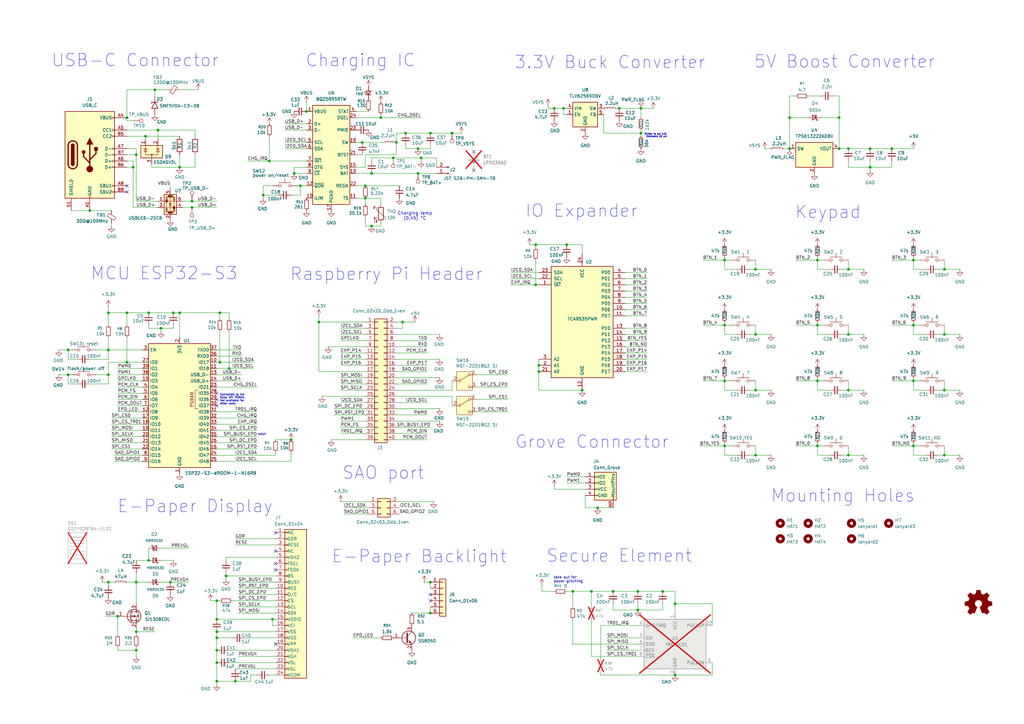
<source format=kicad_sch>
(kicad_sch (version 20250114) (generator "eeschema") (generator_version "9.0")
  (paper "A3")
  (title_block (title "CDC Badge") (date "2025") (company "Copyright © 2025 RIAT Institute") (comment 2 "This source describes Open Hardware and is licensed under the CERN-OHL-P v2"))
  (text "MCU ESP32-S3\n" (at 67.31 112.268 0) (effects (font (size 5.08 5.08))))
  (text "Connected to the\nOctal SPI PSRAM.\nNot available for\nother uses." (at 90.17 163.83 0) (effects (font (size 0.762 0.762)) (justify left)))
  (text "Mounting Holes" (at 345.694 203.454 0) (effects (font (size 5.08 5.08))))
  (text "3.3V Buck Converter" (at 250.19 25.654 0) (effects (font (size 5.08 5.08))))
  (text "Divider to set 3.3V\nDissipates 55 µW" (at 273.558 55.626 0) (effects (font (size 0.635 0.635)) (justify right)))
  (text "INPUT" (at 107.442 178.308 0) (effects (font (size 0.762 0.762))))
  (text "Charging temp\n[0,45] °C" (at 170.18 88.646 0) (effects (font (size 1.27 1.27))))
  (text "USB-C Connector \n" (at 57.404 24.892 0) (effects (font (size 5.08 5.08))))
  (text "E-Paper Display" (at 80.01 207.772 0) (effects (font (size 5.08 5.08))))
  (text "Keypad" (at 339.598 87.122 0) (effects (font (size 5.08 5.08))))
  (text "IO Expander" (at 238.506 86.614 0) (effects (font (size 5.08 5.08))))
  (text "Grove Connector" (at 242.824 181.356 0) (effects (font (size 5.08 5.08))))
  (text "Secure Element" (at 254 228.092 0) (effects (font (size 5.08 5.08))))
  (text "Raspberry Pi Header" (at 158.496 112.522 0) (effects (font (size 5.08 5.08))))
  (text "take out for\npower glitching" (at 227.076 237.744 0) (effects (font (size 1.016 1.016)) (justify left)))
  (text "5V Boost Converter" (at 346.456 25.4 0) (effects (font (size 5.08 5.08))))
  (text "SAO port" (at 157.226 194.056 0) (effects (font (size 5.08 5.08))))
  (text "Charging IC" (at 147.828 24.892 0) (effects (font (size 5.08 5.08))))
  (text "E-Paper Backlight" (at 171.958 228.346 0) (effects (font (size 5.08 5.08))))
  (junction (at 52.07 128.27))
  (junction (at 66.04 134.62))
  (junction (at 387.35 160.02))
  (junction (at 297.18 156.21))
  (junction (at 90.17 128.27))
  (junction (at 73.66 128.27))
  (junction (at 60.96 229.87))
  (junction (at 119.38 180.34))
  (junction (at 387.35 137.16))
  (junction (at 176.53 251.46))
  (junction (at 60.96 128.27))
  (junction (at 297.18 182.88))
  (junction (at 335.28 182.88))
  (junction (at 69.85 238.76))
  (junction (at 347.98 137.16))
  (junction (at 262.89 44.45))
  (junction (at 227.33 44.45))
  (junction (at 27.94 143.51))
  (junction (at 347.98 186.69))
  (junction (at 276.86 276.86))
  (junction (at 78.74 82.55))
  (junction (at 374.65 182.88))
  (junction (at 365.76 60.96))
  (junction (at 309.88 186.69))
  (junction (at 387.35 110.49))
  (junction (at 90.17 148.59))
  (junction (at 52.07 148.59))
  (junction (at 88.9 259.08))
  (junction (at 271.78 242.57))
  (junction (at 44.45 153.67))
  (junction (at 73.66 68.58))
  (junction (at 276.86 247.65))
  (junction (at 185.42 54.61))
  (junction (at 156.21 48.26))
  (junction (at 55.88 259.08))
  (junction (at 152.4 71.12))
  (junction (at 149.86 81.28))
  (junction (at 344.17 60.96))
  (junction (at 78.74 85.09))
  (junction (at 347.98 160.02))
  (junction (at 220.98 152.4))
  (junction (at 171.45 71.12))
  (junction (at 242.57 242.57))
  (junction (at 309.88 160.02))
  (junction (at 107.95 80.01))
  (junction (at 374.65 133.35))
  (junction (at 88.9 254))
  (junction (at 309.88 110.49))
  (junction (at 63.5 36.83))
  (junction (at 27.94 153.67))
  (junction (at 323.85 60.96))
  (junction (at 55.88 266.7))
  (junction (at 387.35 186.69))
  (junction (at 251.46 242.57))
  (junction (at 55.88 238.76))
  (junction (at 44.45 238.76))
  (junction (at 232.41 100.33))
  (junction (at 152.4 92.71))
  (junction (at 52.07 48.26))
  (junction (at 88.9 271.78))
  (junction (at 111.76 254))
  (junction (at 374.65 156.21))
  (junction (at 64.77 53.34))
  (junction (at 344.17 48.26))
  (junction (at 96.52 279.4))
  (junction (at 347.98 110.49))
  (junction (at 93.98 151.13))
  (junction (at 219.71 100.33))
  (junction (at 172.72 64.77))
  (junction (at 234.95 242.57))
  (junction (at 176.53 54.61))
  (junction (at 44.45 128.27))
  (junction (at 262.89 54.61))
  (junction (at 166.37 54.61))
  (junction (at 374.65 106.68))
  (junction (at 130.81 132.08))
  (junction (at 44.45 143.51))
  (junction (at 55.88 63.5))
  (junction (at 220.98 149.86))
  (junction (at 148.59 58.42))
  (junction (at 59.69 55.88))
  (junction (at 335.28 106.68))
  (junction (at 176.53 238.76))
  (junction (at 165.1 132.08))
  (junction (at 219.71 116.84))
  (junction (at 254 44.45))
  (junction (at 238.76 160.02))
  (junction (at 123.19 76.2))
  (junction (at 88.9 266.7))
  (junction (at 261.62 242.57))
  (junction (at 335.28 156.21))
  (junction (at 323.85 48.26))
  (junction (at 88.9 246.38))
  (junction (at 149.86 76.2))
  (junction (at 231.14 44.45))
  (junction (at 54.61 68.58))
  (junction (at 297.18 106.68))
  (junction (at 71.12 128.27))
  (junction (at 356.87 60.96))
  (junction (at 125.73 45.72))
  (junction (at 88.9 279.4))
  (junction (at 171.45 60.96))
  (junction (at 245.11 208.28))
  (junction (at 347.98 60.96))
  (junction (at 309.88 137.16))
  (junction (at 162.56 58.42))
  (junction (at 297.18 133.35))
  (junction (at 120.65 71.12))
  (junction (at 92.71 236.22))
  (junction (at 356.87 68.58))
  (junction (at 48.26 252.73))
  (junction (at 161.29 64.77))
  (junction (at 261.62 250.19))
  (junction (at 110.49 66.04))
  (junction (at 36.83 86.36))
  (junction (at 335.28 133.35))
  (junction (at 88.9 261.62))
  (no_connect (at 176.53 243.84))
  (no_connect (at 52.07 78.74))
  (no_connect (at 88.9 166.37))
  (no_connect (at 88.9 161.29))
  (no_connect (at 194.31 69.85))
  (no_connect (at 176.53 246.38))
  (no_connect (at 88.9 163.83))
  (no_connect (at 194.31 62.23))
  (no_connect (at 113.03 218.44))
  (no_connect (at 52.07 76.2))
  (no_connect (at 113.03 233.68))
  (no_connect (at 113.03 226.06))
  (no_connect (at 113.03 264.16))
  (no_connect (at 113.03 231.14))
  (wire (pts (xy 92.71 229.87) (xy 92.71 228.6)))
  (wire (pts (xy 45.72 173.99) (xy 58.42 173.99)))
  (wire (pts (xy 288.29 106.68) (xy 297.18 106.68)))
  (wire (pts (xy 140.97 208.28) (xy 151.13 208.28)))
  (wire (pts (xy 45.72 92.71) (xy 45.72 91.44)))
  (wire (pts (xy 95.25 246.38) (xy 113.03 246.38)))
  (wire (pts (xy 66.04 238.76) (xy 69.85 238.76)))
  (wire (pts (xy 222.25 240.03) (xy 222.25 242.57)))
  (wire (pts (xy 297.18 182.88) (xy 299.72 182.88)))
  (wire (pts (xy 326.39 106.68) (xy 335.28 106.68)))
  (wire (pts (xy 227.33 200.66) (xy 227.33 199.39)))
  (wire (pts (xy 139.7 147.32) (xy 149.86 147.32)))
  (wire (pts (xy 254 44.45) (xy 262.89 44.45)))
  (wire (pts (xy 55.88 234.95) (xy 55.88 238.76)))
  (wire (pts (xy 156.21 46.99) (xy 156.21 48.26)))
  (wire (pts (xy 347.98 182.88) (xy 347.98 186.69)))
  (wire (pts (xy 227.33 44.45) (xy 231.14 44.45)))
  (wire (pts (xy 387.35 133.35) (xy 387.35 137.16)))
  (wire (pts (xy 171.45 71.12) (xy 179.07 71.12)))
  (wire (pts (xy 247.65 54.61) (xy 247.65 46.99)))
  (wire (pts (xy 336.55 48.26) (xy 344.17 48.26)))
  (wire (pts (xy 31.75 147.32) (xy 27.94 147.32)))
  (wire (pts (xy 44.45 128.27) (xy 52.07 128.27)))
  (wire (pts (xy 73.66 63.5) (xy 73.66 68.58)))
  (wire (pts (xy 62.23 68.58) (xy 73.66 68.58)))
  (wire (pts (xy 175.26 170.18) (xy 162.56 170.18)))
  (wire (pts (xy 246.38 256.54) (xy 261.62 256.54)))
  (wire (pts (xy 379.73 160.02) (xy 374.65 160.02)))
  (wire (pts (xy 195.58 153.67) (xy 208.28 153.67)))
  (wire (pts (xy 113.03 256.54) (xy 111.76 256.54)))
  (wire (pts (xy 162.56 54.61) (xy 166.37 54.61)))
  (wire (pts (xy 175.26 139.7) (xy 162.56 139.7)))
  (wire (pts (xy 39.37 153.67) (xy 44.45 153.67)))
  (wire (pts (xy 347.98 160.02) (xy 354.33 160.02)))
  (wire (pts (xy 88.9 179.07) (xy 105.41 179.07)))
  (wire (pts (xy 347.98 66.04) (xy 347.98 68.58)))
  (wire (pts (xy 220.98 149.86) (xy 220.98 152.4)))
  (wire (pts (xy 90.17 128.27) (xy 93.98 128.27)))
  (wire (pts (xy 387.35 110.49) (xy 393.7 110.49)))
  (wire (pts (xy 208.28 163.83) (xy 195.58 163.83)))
  (wire (pts (xy 54.61 68.58) (xy 54.61 85.09)))
  (wire (pts (xy 130.81 152.4) (xy 149.86 152.4)))
  (wire (pts (xy 326.39 133.35) (xy 335.28 133.35)))
  (wire (pts (xy 97.79 241.3) (xy 113.03 241.3)))
  (wire (pts (xy 185.42 166.37) (xy 185.42 162.56)))
  (wire (pts (xy 374.65 156.21) (xy 377.19 156.21)))
  (wire (pts (xy 55.88 259.08) (xy 55.88 260.35)))
  (wire (pts (xy 297.18 133.35) (xy 299.72 133.35)))
  (wire (pts (xy 163.83 205.74) (xy 177.8 205.74)))
  (wire (pts (xy 105.41 276.86) (xy 102.87 276.86)))
  (wire (pts (xy 165.1 132.08) (xy 170.18 132.08)))
  (wire (pts (xy 107.95 76.2) (xy 111.76 76.2)))
  (wire (pts (xy 102.87 276.86) (xy 102.87 279.4)))
  (wire (pts (xy 88.9 280.67) (xy 88.9 279.4)))
  (wire (pts (xy 224.79 43.18) (xy 224.79 44.45)))
  (wire (pts (xy 335.28 110.49) (xy 335.28 106.68)))
  (wire (pts (xy 248.92 266.7) (xy 261.62 266.7)))
  (wire (pts (xy 162.56 167.64) (xy 180.34 167.64)))
  (wire (pts (xy 116.84 60.96) (xy 125.73 60.96)))
  (wire (pts (xy 120.65 71.12) (xy 125.73 71.12)))
  (wire (pts (xy 86.36 246.38) (xy 88.9 246.38)))
  (wire (pts (xy 292.1 276.86) (xy 276.86 276.86)))
  (wire (pts (xy 344.17 60.96) (xy 347.98 60.96)))
  (wire (pts (xy 240.03 208.28) (xy 245.11 208.28)))
  (wire (pts (xy 146.05 76.2) (xy 149.86 76.2)))
  (wire (pts (xy 88.9 156.21) (xy 99.06 156.21)))
  (wire (pts (xy 149.86 76.2) (xy 163.83 76.2)))
  (wire (pts (xy 78.74 85.09) (xy 88.9 85.09)))
  (wire (pts (xy 44.45 148.59) (xy 44.45 153.67)))
  (wire (pts (xy 27.94 153.67) (xy 29.21 153.67)))
  (wire (pts (xy 45.72 86.36) (xy 36.83 86.36)))
  (wire (pts (xy 58.42 148.59) (xy 52.07 148.59)))
  (wire (pts (xy 139.7 139.7) (xy 149.86 139.7)))
  (wire (pts (xy 134.62 142.24) (xy 149.86 142.24)))
  (wire (pts (xy 297.18 156.21) (xy 299.72 156.21)))
  (wire (pts (xy 88.9 279.4) (xy 96.52 279.4)))
  (wire (pts (xy 340.36 160.02) (xy 335.28 160.02)))
  (wire (pts (xy 347.98 186.69) (xy 354.33 186.69)))
  (wire (pts (xy 24.13 153.67) (xy 27.94 153.67)))
  (wire (pts (xy 44.45 240.03) (xy 44.45 238.76)))
  (wire (pts (xy 209.55 111.76) (xy 220.98 111.76)))
  (wire (pts (xy 335.28 186.69) (xy 335.28 182.88)))
  (wire (pts (xy 209.55 114.3) (xy 220.98 114.3)))
  (wire (pts (xy 92.71 237.49) (xy 92.71 236.22)))
  (wire (pts (xy 48.26 158.75) (xy 58.42 158.75)))
  (wire (pts (xy 73.66 128.27) (xy 73.66 138.43)))
  (wire (pts (xy 27.94 143.51) (xy 29.21 143.51)))
  (wire (pts (xy 149.86 88.9) (xy 149.86 92.71)))
  (wire (pts (xy 384.81 186.69) (xy 387.35 186.69)))
  (wire (pts (xy 88.9 259.08) (xy 113.03 259.08)))
  (wire (pts (xy 345.44 186.69) (xy 347.98 186.69)))
  (wire (pts (xy 347.98 68.58) (xy 356.87 68.58)))
  (wire (pts (xy 88.9 246.38) (xy 90.17 246.38)))
  (wire (pts (xy 321.31 60.96) (xy 323.85 60.96)))
  (wire (pts (xy 110.49 55.88) (xy 110.49 66.04)))
  (wire (pts (xy 152.4 92.71) (xy 156.21 92.71)))
  (wire (pts (xy 36.83 147.32) (xy 44.45 147.32)))
  (wire (pts (xy 120.65 68.58) (xy 125.73 68.58)))
  (wire (pts (xy 166.37 60.96) (xy 166.37 59.69)))
  (wire (pts (xy 78.74 82.55) (xy 88.9 82.55)))
  (wire (pts (xy 340.36 110.49) (xy 335.28 110.49)))
  (wire (pts (xy 110.49 66.04) (xy 125.73 66.04)))
  (wire (pts (xy 62.23 68.58) (xy 62.23 67.31)))
  (wire (pts (xy 307.34 160.02) (xy 309.88 160.02)))
  (wire (pts (xy 185.42 54.61) (xy 189.23 54.61)))
  (wire (pts (xy 119.38 80.01) (xy 123.19 80.01)))
  (wire (pts (xy 220.98 160.02) (xy 238.76 160.02)))
  (wire (pts (xy 179.07 64.77) (xy 172.72 64.77)))
  (wire (pts (xy 60.96 224.79) (xy 60.96 229.87)))
  (wire (pts (xy 261.62 242.57) (xy 271.78 242.57)))
  (wire (pts (xy 97.79 243.84) (xy 113.03 243.84)))
  (wire (pts (xy 217.17 100.33) (xy 219.71 100.33)))
  (wire (pts (xy 384.81 137.16) (xy 387.35 137.16)))
  (wire (pts (xy 219.71 100.33) (xy 232.41 100.33)))
  (wire (pts (xy 24.13 143.51) (xy 27.94 143.51)))
  (wire (pts (xy 73.66 128.27) (xy 90.17 128.27)))
  (wire (pts (xy 208.28 168.91) (xy 195.58 168.91)))
  (wire (pts (xy 88.9 143.51) (xy 99.06 143.51)))
  (wire (pts (xy 224.79 44.45) (xy 227.33 44.45)))
  (wire (pts (xy 297.18 106.68) (xy 299.72 106.68)))
  (wire (pts (xy 309.88 156.21) (xy 309.88 160.02)))
  (wire (pts (xy 149.86 81.28) (xy 156.21 81.28)))
  (wire (pts (xy 256.54 149.86) (xy 265.43 149.86)))
  (wire (pts (xy 146.05 63.5) (xy 148.59 63.5)))
  (wire (pts (xy 247.65 54.61) (xy 262.89 54.61)))
  (wire (pts (xy 365.76 60.96) (xy 374.65 60.96)))
  (wire (pts (xy 63.5 36.83) (xy 63.5 39.37)))
  (wire (pts (xy 162.56 58.42) (xy 162.56 54.61)))
  (wire (pts (xy 162.56 137.16) (xy 180.34 137.16)))
  (wire (pts (xy 44.45 125.73) (xy 44.45 128.27)))
  (wire (pts (xy 80.01 53.34) (xy 80.01 55.88)))
  (wire (pts (xy 48.26 252.73) (xy 48.26 260.35)))
  (wire (pts (xy 307.34 186.69) (xy 309.88 186.69)))
  (wire (pts (xy 111.76 254) (xy 113.03 254)))
  (wire (pts (xy 379.73 137.16) (xy 374.65 137.16)))
  (wire (pts (xy 139.7 137.16) (xy 149.86 137.16)))
  (wire (pts (xy 340.36 186.69) (xy 335.28 186.69)))
  (wire (pts (xy 374.65 106.68) (xy 377.19 106.68)))
  (wire (pts (xy 101.6 66.04) (xy 110.49 66.04)))
  (wire (pts (xy 162.56 165.1) (xy 175.26 165.1)))
  (wire (pts (xy 48.26 156.21) (xy 58.42 156.21)))
  (wire (pts (xy 323.85 48.26) (xy 331.47 48.26)))
  (wire (pts (xy 302.26 110.49) (xy 297.18 110.49)))
  (wire (pts (xy 219.71 116.84) (xy 220.98 116.84)))
  (wire (pts (xy 149.86 81.28) (xy 149.86 83.82)))
  (wire (pts (xy 374.65 181.61) (xy 374.65 182.88)))
  (wire (pts (xy 140.97 210.82) (xy 151.13 210.82)))
  (wire (pts (xy 48.26 153.67) (xy 58.42 153.67)))
  (wire (pts (xy 45.72 171.45) (xy 58.42 171.45)))
  (wire (pts (xy 139.7 205.74) (xy 151.13 205.74)))
  (wire (pts (xy 93.98 151.13) (xy 104.14 151.13)))
  (wire (pts (xy 156.21 81.28) (xy 156.21 83.82)))
  (wire (pts (xy 302.26 186.69) (xy 297.18 186.69)))
  (wire (pts (xy 52.07 128.27) (xy 60.96 128.27)))
  (wire (pts (xy 162.56 152.4) (xy 175.26 152.4)))
  (wire (pts (xy 256.54 142.24) (xy 265.43 142.24)))
  (wire (pts (xy 71.12 128.27) (xy 73.66 128.27)))
  (wire (pts (xy 88.9 173.99) (xy 105.41 173.99)))
  (wire (pts (xy 162.56 160.02) (xy 185.42 160.02)))
  (wire (pts (xy 41.91 238.76) (xy 44.45 238.76)))
  (wire (pts (xy 96.52 223.52) (xy 113.03 223.52)))
  (wire (pts (xy 195.58 158.75) (xy 208.28 158.75)))
  (wire (pts (xy 36.83 157.48) (xy 44.45 157.48)))
  (wire (pts (xy 379.73 186.69) (xy 374.65 186.69)))
  (wire (pts (xy 88.9 186.69) (xy 113.03 186.69)))
  (wire (pts (xy 44.45 147.32) (xy 44.45 143.51)))
  (wire (pts (xy 166.37 54.61) (xy 176.53 54.61)))
  (wire (pts (xy 130.81 132.08) (xy 130.81 152.4)))
  (wire (pts (xy 55.88 60.96) (xy 55.88 63.5)))
  (wire (pts (xy 166.37 60.96) (xy 171.45 60.96)))
  (wire (pts (xy 88.9 271.78) (xy 88.9 279.4)))
  (wire (pts (xy 232.41 46.99) (xy 231.14 46.99)))
  (wire (pts (xy 335.28 137.16) (xy 335.28 133.35)))
  (wire (pts (xy 93.98 135.89) (xy 93.98 151.13)))
  (wire (pts (xy 66.04 224.79) (xy 77.47 224.79)))
  (wire (pts (xy 93.98 266.7) (xy 113.03 266.7)))
  (wire (pts (xy 335.28 181.61) (xy 335.28 182.88)))
  (wire (pts (xy 256.54 116.84) (xy 265.43 116.84)))
  (wire (pts (xy 271.78 250.19) (xy 271.78 247.65)))
  (wire (pts (xy 335.28 105.41) (xy 335.28 106.68)))
  (wire (pts (xy 116.84 53.34) (xy 125.73 53.34)))
  (wire (pts (xy 297.18 160.02) (xy 297.18 156.21)))
  (wire (pts (xy 292.1 271.78) (xy 292.1 276.86)))
  (wire (pts (xy 48.26 266.7) (xy 55.88 266.7)))
  (wire (pts (xy 52.07 49.53) (xy 52.07 48.26)))
  (wire (pts (xy 48.26 163.83) (xy 58.42 163.83)))
  (wire (pts (xy 88.9 153.67) (xy 99.06 153.67)))
  (wire (pts (xy 256.54 124.46) (xy 265.43 124.46)))
  (wire (pts (xy 52.07 68.58) (xy 54.61 68.58)))
  (wire (pts (xy 374.65 133.35) (xy 377.19 133.35)))
  (wire (pts (xy 125.73 41.91) (xy 125.73 45.72)))
  (wire (pts (xy 162.56 175.26) (xy 176.53 175.26)))
  (wire (pts (xy 256.54 111.76) (xy 265.43 111.76)))
  (wire (pts (xy 374.65 154.94) (xy 374.65 156.21)))
  (wire (pts (xy 111.76 256.54) (xy 111.76 254)))
  (wire (pts (xy 307.34 110.49) (xy 309.88 110.49)))
  (wire (pts (xy 238.76 100.33) (xy 238.76 104.14)))
  (wire (pts (xy 123.19 76.2) (xy 125.73 76.2)))
  (wire (pts (xy 132.08 162.56) (xy 149.86 162.56)))
  (wire (pts (xy 130.81 132.08) (xy 149.86 132.08)))
  (wire (pts (xy 297.18 186.69) (xy 297.18 182.88)))
  (wire (pts (xy 162.56 149.86) (xy 175.26 149.86)))
  (wire (pts (xy 97.79 251.46) (xy 113.03 251.46)))
  (wire (pts (xy 116.84 50.8) (xy 125.73 50.8)))
  (wire (pts (xy 276.86 242.57) (xy 276.86 247.65)))
  (wire (pts (xy 256.54 147.32) (xy 265.43 147.32)))
  (wire (pts (xy 63.5 36.83) (xy 68.58 36.83)))
  (wire (pts (xy 262.89 55.88) (xy 262.89 54.61)))
  (wire (pts (xy 59.69 55.88) (xy 73.66 55.88)))
  (wire (pts (xy 116.84 58.42) (xy 125.73 58.42)))
  (wire (pts (xy 176.53 248.92) (xy 176.53 251.46)))
  (wire (pts (xy 149.86 92.71) (xy 152.4 92.71)))
  (wire (pts (xy 335.28 133.35) (xy 337.82 133.35)))
  (wire (pts (xy 344.17 48.26) (xy 344.17 60.96)))
  (wire (pts (xy 168.91 251.46) (xy 176.53 251.46)))
  (wire (pts (xy 137.16 167.64) (xy 149.86 167.64)))
  (wire (pts (xy 44.45 238.76) (xy 46.99 238.76)))
  (wire (pts (xy 52.07 53.34) (xy 64.77 53.34)))
  (wire (pts (xy 251.46 242.57) (xy 261.62 242.57)))
  (wire (pts (xy 287.02 182.88) (xy 297.18 182.88)))
  (wire (pts (xy 52.07 55.88) (xy 59.69 55.88)))
  (wire (pts (xy 175.26 144.78) (xy 162.56 144.78)))
  (wire (pts (xy 52.07 60.96) (xy 55.88 60.96)))
  (wire (pts (xy 209.55 116.84) (xy 219.71 116.84)))
  (wire (pts (xy 232.41 195.58) (xy 240.03 195.58)))
  (wire (pts (xy 256.54 152.4) (xy 265.43 152.4)))
  (wire (pts (xy 248.92 261.62) (xy 261.62 261.62)))
  (wire (pts (xy 92.71 234.95) (xy 92.71 236.22)))
  (wire (pts (xy 374.65 160.02) (xy 374.65 156.21)))
  (wire (pts (xy 185.42 162.56) (xy 162.56 162.56)))
  (wire (pts (xy 139.7 144.78) (xy 149.86 144.78)))
  (wire (pts (xy 335.28 154.94) (xy 335.28 156.21)))
  (wire (pts (xy 139.7 160.02) (xy 149.86 160.02)))
  (wire (pts (xy 90.17 128.27) (xy 90.17 130.81)))
  (wire (pts (xy 176.53 54.61) (xy 185.42 54.61)))
  (wire (pts (xy 256.54 129.54) (xy 265.43 129.54)))
  (wire (pts (xy 297.18 137.16) (xy 297.18 133.35)))
  (wire (pts (xy 46.99 189.23) (xy 58.42 189.23)))
  (wire (pts (xy 231.14 46.99) (xy 231.14 44.45)))
  (wire (pts (xy 139.7 172.72) (xy 149.86 172.72)))
  (wire (pts (xy 251.46 250.19) (xy 261.62 250.19)))
  (wire (pts (xy 139.7 157.48) (xy 149.86 157.48)))
  (wire (pts (xy 100.33 261.62) (xy 113.03 261.62)))
  (wire (pts (xy 44.45 148.59) (xy 52.07 148.59)))
  (wire (pts (xy 113.03 180.34) (xy 119.38 180.34)))
  (wire (pts (xy 88.9 254) (xy 111.76 254)))
  (wire (pts (xy 107.95 80.01) (xy 114.3 80.01)))
  (wire (pts (xy 96.52 220.98) (xy 113.03 220.98)))
  (wire (pts (xy 55.88 266.7) (xy 55.88 269.24)))
  (wire (pts (xy 96.52 274.32) (xy 113.03 274.32)))
  (wire (pts (xy 144.78 261.62) (xy 156.21 261.62)))
  (wire (pts (xy 162.56 132.08) (xy 165.1 132.08)))
  (wire (pts (xy 55.88 63.5) (xy 55.88 82.55)))
  (wire (pts (xy 162.56 63.5) (xy 162.56 58.42)))
  (wire (pts (xy 262.89 44.45) (xy 267.97 44.45)))
  (wire (pts (xy 88.9 146.05) (xy 99.06 146.05)))
  (wire (pts (xy 374.65 132.08) (xy 374.65 133.35)))
  (wire (pts (xy 27.94 147.32) (xy 27.94 143.51)))
  (wire (pts (xy 246.38 276.86) (xy 276.86 276.86)))
  (wire (pts (xy 297.18 154.94) (xy 297.18 156.21)))
  (wire (pts (xy 55.88 82.55) (xy 64.77 82.55)))
  (wire (pts (xy 374.65 186.69) (xy 374.65 182.88)))
  (wire (pts (xy 242.57 254) (xy 242.57 269.24)))
  (wire (pts (xy 256.54 119.38) (xy 265.43 119.38)))
  (wire (pts (xy 152.4 64.77) (xy 152.4 66.04)))
  (wire (pts (xy 88.9 259.08) (xy 88.9 261.62)))
  (wire (pts (xy 220.98 152.4) (xy 220.98 160.02)))
  (wire (pts (xy 256.54 114.3) (xy 265.43 114.3)))
  (wire (pts (xy 347.98 110.49) (xy 354.33 110.49)))
  (wire (pts (xy 232.41 100.33) (xy 238.76 100.33)))
  (wire (pts (xy 384.81 110.49) (xy 387.35 110.49)))
  (wire (pts (xy 246.38 276.86) (xy 246.38 275.59)))
  (wire (pts (xy 60.96 133.35) (xy 60.96 134.62)))
  (wire (pts (xy 27.94 157.48) (xy 27.94 153.67)))
  (wire (pts (xy 347.98 137.16) (xy 354.33 137.16)))
  (wire (pts (xy 309.88 133.35) (xy 309.88 137.16)))
  (wire (pts (xy 92.71 228.6) (xy 113.03 228.6)))
  (wire (pts (xy 148.59 58.42) (xy 157.48 58.42)))
  (wire (pts (xy 55.88 265.43) (xy 55.88 266.7)))
  (wire (pts (xy 88.9 171.45) (xy 105.41 171.45)))
  (wire (pts (xy 45.72 179.07) (xy 58.42 179.07)))
  (wire (pts (xy 55.88 238.76) (xy 60.96 238.76)))
  (wire (pts (xy 80.01 63.5) (xy 80.01 68.58)))
  (wire (pts (xy 374.65 182.88) (xy 377.19 182.88)))
  (wire (pts (xy 172.72 66.04) (xy 172.72 64.77)))
  (wire (pts (xy 234.95 242.57) (xy 242.57 242.57)))
  (wire (pts (xy 135.89 180.34) (xy 149.86 180.34)))
  (wire (pts (xy 146.05 81.28) (xy 149.86 81.28)))
  (wire (pts (xy 309.88 186.69) (xy 316.23 186.69)))
  (wire (pts (xy 107.95 80.01) (xy 107.95 76.2)))
  (wire (pts (xy 240.03 203.2) (xy 240.03 208.28)))
  (wire (pts (xy 52.07 138.43) (xy 52.07 148.59)))
  (wire (pts (xy 88.9 266.7) (xy 88.9 271.78)))
  (wire (pts (xy 379.73 110.49) (xy 374.65 110.49)))
  (wire (pts (xy 345.44 110.49) (xy 347.98 110.49)))
  (wire (pts (xy 387.35 106.68) (xy 387.35 110.49)))
  (wire (pts (xy 365.76 68.58) (xy 365.76 66.04)))
  (wire (pts (xy 64.77 53.34) (xy 64.77 57.15)))
  (wire (pts (xy 55.88 259.08) (xy 63.5 259.08)))
  (wire (pts (xy 171.45 60.96) (xy 176.53 60.96)))
  (wire (pts (xy 256.54 137.16) (xy 265.43 137.16)))
  (wire (pts (xy 297.18 132.08) (xy 297.18 133.35)))
  (wire (pts (xy 161.29 64.77) (xy 172.72 64.77)))
  (wire (pts (xy 309.88 110.49) (xy 316.23 110.49)))
  (wire (pts (xy 271.78 242.57) (xy 276.86 242.57)))
  (wire (pts (xy 356.87 60.96) (xy 365.76 60.96)))
  (wire (pts (xy 60.96 134.62) (xy 66.04 134.62)))
  (wire (pts (xy 365.76 106.68) (xy 374.65 106.68)))
  (wire (pts (xy 149.86 68.58) (xy 149.86 63.5)))
  (wire (pts (xy 374.65 110.49) (xy 374.65 106.68)))
  (wire (pts (xy 139.7 175.26) (xy 149.86 175.26)))
  (wire (pts (xy 97.79 248.92) (xy 113.03 248.92)))
  (wire (pts (xy 173.99 238.76) (xy 176.53 238.76)))
  (wire (pts (xy 137.16 170.18) (xy 149.86 170.18)))
  (wire (pts (xy 242.57 242.57) (xy 242.57 248.92)))
  (wire (pts (xy 261.62 250.19) (xy 271.78 250.19)))
  (wire (pts (xy 331.47 39.37) (xy 336.55 39.37)))
  (wire (pts (xy 121.92 76.2) (xy 123.19 76.2)))
  (wire (pts (xy 234.95 254) (xy 234.95 264.16)))
  (wire (pts (xy 307.34 137.16) (xy 309.88 137.16)))
  (wire (pts (xy 156.21 48.26) (xy 172.72 48.26)))
  (wire (pts (xy 45.72 181.61) (xy 58.42 181.61)))
  (wire (pts (xy 297.18 110.49) (xy 297.18 106.68)))
  (wire (pts (xy 110.49 276.86) (xy 113.03 276.86)))
  (wire (pts (xy 323.85 39.37) (xy 326.39 39.37)))
  (wire (pts (xy 234.95 242.57) (xy 234.95 248.92)))
  (wire (pts (xy 252.73 44.45) (xy 254 44.45)))
  (wire (pts (xy 219.71 101.6) (xy 219.71 100.33)))
  (wire (pts (xy 88.9 189.23) (xy 119.38 189.23)))
  (wire (pts (xy 139.7 149.86) (xy 149.86 149.86)))
  (wire (pts (xy 335.28 182.88) (xy 337.82 182.88)))
  (wire (pts (xy 102.87 279.4) (xy 96.52 279.4)))
  (wire (pts (xy 323.85 48.26) (xy 323.85 39.37)))
  (wire (pts (xy 88.9 261.62) (xy 88.9 266.7)))
  (wire (pts (xy 90.17 135.89) (xy 90.17 148.59)))
  (wire (pts (xy 46.99 186.69) (xy 58.42 186.69)))
  (wire (pts (xy 52.07 238.76) (xy 55.88 238.76)))
  (wire (pts (xy 344.17 39.37) (xy 344.17 48.26)))
  (wire (pts (xy 356.87 68.58) (xy 365.76 68.58)))
  (wire (pts (xy 323.85 60.96) (xy 323.85 48.26)))
  (wire (pts (xy 387.35 182.88) (xy 387.35 186.69)))
  (wire (pts (xy 165.1 134.62) (xy 165.1 132.08)))
  (wire (pts (xy 31.75 157.48) (xy 27.94 157.48)))
  (wire (pts (xy 335.28 106.68) (xy 337.82 106.68)))
  (wire (pts (xy 29.21 86.36) (xy 36.83 86.36)))
  (wire (pts (xy 88.9 168.91) (xy 105.41 168.91)))
  (wire (pts (xy 335.28 160.02) (xy 335.28 156.21)))
  (wire (pts (xy 288.29 133.35) (xy 297.18 133.35)))
  (wire (pts (xy 309.88 160.02) (xy 316.23 160.02)))
  (wire (pts (xy 302.26 137.16) (xy 297.18 137.16)))
  (wire (pts (xy 146.05 68.58) (xy 149.86 68.58)))
  (wire (pts (xy 48.26 151.13) (xy 58.42 151.13)))
  (wire (pts (xy 297.18 105.41) (xy 297.18 106.68)))
  (wire (pts (xy 139.7 154.94) (xy 149.86 154.94)))
  (wire (pts (xy 55.88 238.76) (xy 55.88 247.65)))
  (wire (pts (xy 347.98 156.21) (xy 347.98 160.02)))
  (wire (pts (xy 88.9 184.15) (xy 105.41 184.15)))
  (wire (pts (xy 246.38 270.51) (xy 246.38 256.54)))
  (wire (pts (xy 302.26 160.02) (xy 297.18 160.02)))
  (wire (pts (xy 185.42 160.02) (xy 185.42 156.21)))
  (wire (pts (xy 256.54 134.62) (xy 265.43 134.62)))
  (wire (pts (xy 161.29 64.77) (xy 152.4 64.77)))
  (wire (pts (xy 52.07 36.83) (xy 63.5 36.83)))
  (wire (pts (xy 222.25 242.57) (xy 227.33 242.57)))
  (wire (pts (xy 326.39 182.88) (xy 335.28 182.88)))
  (wire (pts (xy 309.88 106.68) (xy 309.88 110.49)))
  (wire (pts (xy 326.39 156.21) (xy 335.28 156.21)))
  (wire (pts (xy 73.66 36.83) (xy 81.28 36.83)))
  (wire (pts (xy 347.98 133.35) (xy 347.98 137.16)))
  (wire (pts (xy 152.4 71.12) (xy 171.45 71.12)))
  (wire (pts (xy 88.9 181.61) (xy 105.41 181.61)))
  (wire (pts (xy 340.36 137.16) (xy 335.28 137.16)))
  (wire (pts (xy 88.9 151.13) (xy 93.98 151.13)))
  (wire (pts (xy 387.35 137.16) (xy 393.7 137.16)))
  (wire (pts (xy 93.98 128.27) (xy 93.98 130.81)))
  (wire (pts (xy 71.12 134.62) (xy 66.04 134.62)))
  (wire (pts (xy 88.9 148.59) (xy 90.17 148.59)))
  (wire (pts (xy 39.37 143.51) (xy 44.45 143.51)))
  (wire (pts (xy 66.04 229.87) (xy 71.12 229.87)))
  (wire (pts (xy 347.98 106.68) (xy 347.98 110.49)))
  (wire (pts (xy 54.61 85.09) (xy 64.77 85.09)))
  (wire (pts (xy 45.72 176.53) (xy 58.42 176.53)))
  (wire (pts (xy 146.05 45.72) (xy 151.13 45.72)))
  (wire (pts (xy 119.38 185.42) (xy 119.38 189.23)))
  (wire (pts (xy 44.45 128.27) (xy 44.45 133.35)))
  (wire (pts (xy 107.95 81.28) (xy 107.95 80.01)))
  (wire (pts (xy 64.77 53.34) (xy 80.01 53.34)))
  (wire (pts (xy 88.9 246.38) (xy 88.9 254)))
  (wire (pts (xy 149.86 63.5) (xy 162.56 63.5)))
  (wire (pts (xy 262.89 53.34) (xy 262.89 54.61)))
  (wire (pts (xy 335.28 132.08) (xy 335.28 133.35)))
  (wire (pts (xy 387.35 160.02) (xy 393.7 160.02)))
  (wire (pts (xy 345.44 137.16) (xy 347.98 137.16)))
  (wire (pts (xy 232.41 242.57) (xy 234.95 242.57)))
  (wire (pts (xy 292.1 256.54) (xy 292.1 247.65)))
  (wire (pts (xy 313.69 60.96) (xy 316.23 60.96)))
  (wire (pts (xy 156.21 91.44) (xy 156.21 92.71)))
  (wire (pts (xy 256.54 139.7) (xy 265.43 139.7)))
  (wire (pts (xy 44.45 143.51) (xy 58.42 143.51)))
  (wire (pts (xy 69.85 76.2) (xy 69.85 77.47)))
  (wire (pts (xy 97.79 269.24) (xy 113.03 269.24)))
  (wire (pts (xy 44.45 138.43) (xy 44.45 143.51)))
  (wire (pts (xy 276.86 247.65) (xy 276.86 251.46)))
  (wire (pts (xy 309.88 137.16) (xy 316.23 137.16)))
  (wire (pts (xy 356.87 66.04) (xy 356.87 68.58)))
  (wire (pts (xy 74.93 82.55) (xy 78.74 82.55)))
  (wire (pts (xy 179.07 68.58) (xy 179.07 64.77)))
  (wire (pts (xy 139.7 165.1) (xy 149.86 165.1)))
  (wire (pts (xy 123.19 80.01) (xy 123.19 76.2)))
  (wire (pts (xy 146.05 48.26) (xy 156.21 48.26)))
  (wire (pts (xy 374.65 137.16) (xy 374.65 133.35)))
  (wire (pts (xy 232.41 198.12) (xy 240.03 198.12)))
  (wire (pts (xy 251.46 247.65) (xy 251.46 250.19)))
  (wire (pts (xy 180.34 147.32) (xy 162.56 147.32)))
  (wire (pts (xy 232.41 44.45) (xy 231.14 44.45)))
  (wire (pts (xy 48.26 168.91) (xy 58.42 168.91)))
  (wire (pts (xy 80.01 68.58) (xy 73.66 68.58)))
  (wire (pts (xy 45.72 184.15) (xy 58.42 184.15)))
  (wire (pts (xy 55.88 257.81) (xy 55.88 259.08)))
  (wire (pts (xy 384.81 160.02) (xy 387.35 160.02)))
  (wire (pts (xy 130.81 129.54) (xy 130.81 132.08)))
  (wire (pts (xy 176.53 60.96) (xy 176.53 59.69)))
  (wire (pts (xy 262.89 48.26) (xy 262.89 44.45)))
  (wire (pts (xy 288.29 156.21) (xy 297.18 156.21)))
  (wire (pts (xy 146.05 71.12) (xy 152.4 71.12)))
  (wire (pts (xy 242.57 269.24) (xy 261.62 269.24)))
  (wire (pts (xy 69.85 238.76) (xy 77.47 238.76)))
  (wire (pts (xy 175.26 180.34) (xy 162.56 180.34)))
  (wire (pts (xy 88.9 158.75) (xy 105.41 158.75)))
  (wire (pts (xy 97.79 238.76) (xy 113.03 238.76)))
  (wire (pts (xy 60.96 128.27) (xy 71.12 128.27)))
  (wire (pts (xy 48.26 161.29) (xy 58.42 161.29)))
  (wire (pts (xy 387.35 156.21) (xy 387.35 160.02)))
  (wire (pts (xy 54.61 49.53) (xy 52.07 49.53)))
  (wire (pts (xy 43.18 252.73) (xy 48.26 252.73)))
  (wire (pts (xy 180.34 172.72) (xy 162.56 172.72)))
  (wire (pts (xy 113.03 185.42) (xy 113.03 186.69)))
  (wire (pts (xy 175.26 142.24) (xy 162.56 142.24)))
  (wire (pts (xy 176.53 238.76) (xy 176.53 241.3)))
  (wire (pts (xy 48.26 166.37) (xy 58.42 166.37)))
  (wire (pts (xy 365.76 182.88) (xy 374.65 182.88)))
  (wire (pts (xy 335.28 156.21) (xy 337.82 156.21)))
  (wire (pts (xy 71.12 133.35) (xy 71.12 134.62)))
  (wire (pts (xy 292.1 247.65) (xy 276.86 247.65)))
  (wire (pts (xy 55.88 229.87) (xy 60.96 229.87)))
  (wire (pts (xy 48.26 265.43) (xy 48.26 266.7)))
  (wire (pts (xy 256.54 121.92) (xy 265.43 121.92)))
  (wire (pts (xy 256.54 127) (xy 265.43 127)))
  (wire (pts (xy 162.56 134.62) (xy 165.1 134.62)))
  (wire (pts (xy 52.07 128.27) (xy 52.07 133.35)))
  (wire (pts (xy 245.11 208.28) (xy 251.46 208.28)))
  (wire (pts (xy 52.07 63.5) (xy 55.88 63.5)))
  (wire (pts (xy 345.44 160.02) (xy 347.98 160.02)))
  (wire (pts (xy 44.45 157.48) (xy 44.45 153.67)))
  (wire (pts (xy 374.65 105.41) (xy 374.65 106.68)))
  (wire (pts (xy 120.65 71.12) (xy 120.65 68.58)))
  (wire (pts (xy 341.63 39.37) (xy 344.17 39.37)))
  (wire (pts (xy 175.26 177.8) (xy 162.56 177.8)))
  (wire (pts (xy 88.9 176.53) (xy 105.41 176.53)))
  (wire (pts (xy 365.76 156.21) (xy 374.65 156.21)))
  (wire (pts (xy 242.57 242.57) (xy 251.46 242.57)))
  (wire (pts (xy 256.54 144.78) (xy 265.43 144.78)))
  (wire (pts (xy 234.95 264.16) (xy 261.62 264.16)))
  (wire (pts (xy 146.05 58.42) (xy 148.59 58.42)))
  (wire (pts (xy 220.98 147.32) (xy 220.98 149.86)))
  (wire (pts (xy 240.03 200.66) (xy 227.33 200.66)))
  (wire (pts (xy 54.61 66.04) (xy 54.61 68.58)))
  (wire (pts (xy 356.87 68.58) (xy 356.87 69.85)))
  (wire (pts (xy 59.69 55.88) (xy 59.69 57.15)))
  (wire (pts (xy 52.07 48.26) (xy 52.07 36.83)))
  (wire (pts (xy 387.35 186.69) (xy 393.7 186.69)))
  (wire (pts (xy 297.18 181.61) (xy 297.18 182.88)))
  (wire (pts (xy 93.98 271.78) (xy 113.03 271.78)))
  (wire (pts (xy 74.93 85.09) (xy 78.74 85.09)))
  (wire (pts (xy 139.7 134.62) (xy 149.86 134.62)))
  (wire (pts (xy 90.17 148.59) (xy 104.14 148.59)))
  (wire (pts (xy 162.56 154.94) (xy 180.34 154.94)))
  (wire (pts (xy 162.56 157.48) (xy 175.26 157.48)))
  (wire (pts (xy 219.71 106.68) (xy 219.71 116.84)))
  (wire (pts (xy 66.04 134.62) (xy 66.04 135.89)))
  (wire (pts (xy 365.76 133.35) (xy 374.65 133.35)))
  (wire (pts (xy 92.71 236.22) (xy 113.03 236.22)))
  (wire (pts (xy 139.7 177.8) (xy 149.86 177.8)))
  (wire (pts (xy 347.98 60.96) (xy 356.87 60.96)))
  (wire (pts (xy 52.07 66.04) (xy 54.61 66.04)))
  (wire (pts (xy 88.9 261.62) (xy 95.25 261.62)))
  (wire (pts (xy 261.62 247.65) (xy 261.62 250.19)))
  (wire (pts (xy 309.88 182.88) (xy 309.88 186.69)))
  (label "PWM1" (at 139.7 172.72 0))
  (label "PCM_DIN" (at 48.26 163.83 0))
  (label "SPI_MOSI" (at 248.92 261.62 0))
  (label "SPI_RST_EPD" (at 97.79 241.3 0))
  (label "BTN_7" (at 265.43 129.54 180))
  (label "PCM_DOUT" (at 48.26 166.37 0))
  (label "BTN_NO" (at 365.76 182.88 0))
  (label "PWM0" (at 48.26 151.13 0))
  (label "PCM_FS" (at 48.26 161.29 0))
  (label "SPI_CS1" (at 45.72 184.15 0))
  (label "SPI_CS_EPD" (at 105.41 176.53 180))
  (label "USB_D-" (at 99.06 153.67 180))
  (label "GDR" (at 43.18 252.73 0))
  (label "SPI_RST_EPD" (at 105.41 184.15 180))
  (label "EXP_P14" (at 265.43 144.78 180))
  (label "SAO_GPIO2" (at 175.26 157.48 180))
  (label "I2C0_SDA" (at 139.7 165.1 0))
  (label "SPI_CS_EPD" (at 208.28 158.75 180))
  (label "SPI_RST_EPD" (at 137.16 170.18 0))
  (label "TXD" (at 175.26 139.7 180))
  (label "I2C0_SDA" (at 104.14 148.59 180))
  (label "RXD" (at 175.26 142.24 180))
  (label "CHG_DSEL" (at 172.72 48.26 180))
  (label "USB_D-" (at 88.9 82.55 180))
  (label "SAO_GPIO1" (at 175.26 152.4 180))
  (label "BTN_3" (at 365.76 106.68 0))
  (label "PREVGL" (at 97.79 274.32 0))
  (label "BTN_5" (at 326.39 133.35 0))
  (label "BTN_2" (at 265.43 116.84 180))
  (label "BTN_7" (at 288.29 156.21 0))
  (label "SPI_MOSI" (at 139.7 154.94 0))
  (label "PCM_DIN" (at 175.26 177.8 180))
  (label "I2C1_SDA" (at 140.97 208.28 0))
  (label "I2C1_SCL" (at 105.41 189.23 180))
  (label "RESE" (at 96.52 223.52 0))
  (label "BTN_1" (at 265.43 114.3 180))
  (label "PREVGH" (at 77.47 238.76 180))
  (label "EXP_P14" (at 139.7 144.78 0))
  (label "BTN_9" (at 265.43 137.16 180))
  (label "USB_D-" (at 55.88 82.55 0))
  (label "PREVGH" (at 97.79 269.24 0))
  (label "SPI_SCLK" (at 97.79 248.92 0))
  (label "PCM_DOUT" (at 175.26 180.34 180))
  (label "BTN_8" (at 326.39 156.21 0))
  (label "I2C1_SCL" (at 139.7 137.16 0))
  (label "BTN_2" (at 326.39 106.68 0))
  (label "BTN_6" (at 365.76 133.35 0))
  (label "BTN_YES" (at 287.02 182.88 0))
  (label "USB_D+" (at 88.9 85.09 180))
  (label "SPI_CS0" (at 45.72 171.45 0))
  (label "SPI_CS0" (at 208.28 153.67 180))
  (label "I2C1_SDA" (at 139.7 134.62 0))
  (label "BTN_4" (at 265.43 121.92 180))
  (label "VBUS" (at 69.85 76.2 180))
  (label "SPI_DC_EPD" (at 97.79 243.84 0))
  (label "BTN_9" (at 365.76 156.21 0))
  (label "PWM1" (at 232.41 198.12 0))
  (label "BTN_YES" (at 265.43 139.7 180))
  (label "EXP_IRQ" (at 209.55 116.84 0))
  (label "CHG_DSEL" (at 105.41 158.75 180))
  (label "USB_D-" (at 116.84 53.34 0))
  (label "BTN_NO" (at 265.43 142.24 180))
  (label "SPI_SCLK" (at 248.92 266.7 0))
  (label "EXP_P16" (at 139.7 149.86 0))
  (label "SPI_CS_TR01" (at 45.72 173.99 0))
  (label "SPI_BUSY_EPD" (at 176.53 175.26 180))
  (label "SPI_DC_EPD" (at 137.16 167.64 0))
  (label "PWM1" (at 48.26 153.67 0))
  (label "CHG_IRQ" (at 105.41 171.45 180))
  (label "RESE" (at 63.5 259.08 180))
  (label "TR01_IRQ" (at 248.92 256.54 0))
  (label "EXP_P15" (at 265.43 147.32 180))
  (label "BTN_1" (at 288.29 106.68 0))
  (label "SAO_GPIO2" (at 163.83 210.82 0))
  (label "SPI_MOSI" (at 45.72 176.53 0))
  (label "GPCLK0" (at 48.26 156.21 0))
  (label "EXP_IRQ" (at 105.41 173.99 180))
  (label "SPI_CS_TR01" (at 248.92 269.24 0))
  (label "PCM_CLK" (at 48.26 158.75 0))
  (label "I2C0_SCL" (at 116.84 58.42 0))
  (label "SPI_MISO" (at 248.92 264.16 0))
  (label "I2C0_SCL" (at 209.55 114.3 0))
  (label "PCM_CLK" (at 175.26 144.78 180))
  (label "SPI_CS_TR01" (at 208.28 168.91 180))
  (label "SPI_MISO" (at 45.72 181.61 0))
  (label "SPI_CS_EPD" (at 97.79 246.38 0))
  (label "BTN_5" (at 265.43 124.46 180))
  (label "SPI_BUSY_EPD" (at 105.41 179.07 180))
  (label "I2C1_SDA" (at 105.41 186.69 180))
  (label "EXP_P15" (at 139.7 147.32 0))
  (label "SAO_GPIO2" (at 46.99 189.23 0))
  (label "SPI_MOSI" (at 97.79 251.46 0))
  (label "USB_D+" (at 55.88 85.09 0))
  (label "I2C0_SCL" (at 104.14 151.13 180))
  (label "SPI_CS1" (at 208.28 163.83 180))
  (label "BTN_8" (at 265.43 134.62 180))
  (label "EPD_LED" (at 144.78 261.62 0))
  (label "I2C0_SDA" (at 116.84 60.96 0))
  (label "CHG_IRQ" (at 101.6 66.04 0))
  (label "BTN_0" (at 326.39 182.88 0))
  (label "TR01_IRQ" (at 105.41 168.91 180))
  (label "BTN_6" (at 265.43 127 180))
  (label "GPCLK0" (at 139.7 139.7 0))
  (label "TR01_IRQ" (at 139.7 177.8 0))
  (label "PWM0" (at 232.41 195.58 0))
  (label "I2C1_SCL" (at 163.83 208.28 0))
  (label "BTN_3" (at 265.43 119.38 180))
  (label "SAO_GPIO1" (at 46.99 186.69 0))
  (label "BTN_4" (at 288.29 133.35 0))
  (label "EXP_P17" (at 265.43 152.4 180))
  (label "SAO_GPIO1" (at 140.97 210.82 0))
  (label "PWM0" (at 175.26 170.18 180))
  (label "GDR" (at 96.52 220.98 0))
  (label "BTN_0" (at 265.43 111.76 180))
  (label "USB_D+" (at 99.06 156.21 180))
  (label "EPD_LED" (at 48.26 168.91 0))
  (label "TXD" (at 99.06 143.51 180))
  (label "RXD" (at 99.06 146.05 180))
  (label "EXP_P17" (at 175.26 149.86 180))
  (label "I2C0_SDA" (at 209.55 111.76 0))
  (label "PCM_FS" (at 139.7 175.26 0))
  (label "PREVGL" (at 77.47 224.79 180))
  (label "SPI_SCLK" (at 45.72 179.07 0))
  (label "SPI_DC_EPD" (at 105.41 181.61 180))
  (label "EXP_P16" (at 265.43 149.86 180))
  (label "USB_D+" (at 116.84 50.8 0))
  (label "SPI_SCLK" (at 139.7 160.02 0))
  (label "I2C0_SCL" (at 175.26 165.1 180))
  (label "SPI_MISO" (at 139.7 157.48 0))
  (label "SPI_BUSY_EPD" (at 97.79 238.76 0))
  (symbol (lib_id "power:+3.3V") (at 44.45 125.73 0) (unit 1)
    (property "Reference" "#PWR018" (effects (hide yes)))
    (property "Value" "+3.3V" (at 44.45 120.65 0))
    (property "Description" "Power symbol creates a global label with name \"+3.3V\"" (effects (hide yes)))
  )
  (symbol (lib_id "Mechanical:MountingHole") (at 349.25 220.98 0) (unit 1) (in_bom no)
    (property "Reference" "H6" (at 351.79 219.7099 0) (effects (justify left)))
    (property "Value" "lanyard2" (at 351.79 222.2499 0) (effects (justify left)))
    (property "Footprint" "MountingHole:MountingHole_5.5mm" (effects (hide yes)))
    (property "Description" "Mounting Hole without connection" (effects (hide yes)))
  )
  (symbol (lib_id "Device:C_Small") (at 339.09 39.37 90) (unit 1)
    (property "Reference" "C6" (at 339.0963 33.02 90))
    (property "Value" "2.2n" (at 339.0963 35.56 90))
    (property "Footprint" "Capacitor_SMD:C_0603_1608Metric" (effects (hide yes)))
    (property "Description" "Unpolarized capacitor, small symbol" (effects (hide yes)))
    (property "JLCPCB PN" "C1604" (effects (hide yes)))
  )
  (symbol (lib_id "Device:R_Small") (at 90.17 133.35 180) (unit 1)
    (property "Reference" "R14" (at 85.598 132.08 0) (effects (font (size 1.016 1.016)) (justify right)))
    (property "Value" "10k" (at 85.09 134.366 0) (effects (justify right)))
    (property "Footprint" "Resistor_SMD:R_0603_1608Metric" (effects (hide yes)))
    (property "Description" "Resistor, small symbol" (effects (hide yes)))
    (property "JLCPCB PN" "C25804" (effects (hide yes)))
  )
  (symbol (lib_id "power:GND") (at 180.34 147.32 0) (unit 1)
    (property "Reference" "#PWR045" (effects (hide yes)))
    (property "Value" "GND" (at 182.118 151.384 0) (effects (justify right)))
    (property "Description" "Power symbol creates a global label with name \"GND\" , ground" (effects (hide yes)))
  )
  (symbol (lib_id "Device:R_Small") (at 242.57 251.46 0) (unit 1) (dnp yes)
    (property "Reference" "R37" (at 244.094 250.444 0) (effects (font (size 1.016 1.016)) (justify left)))
    (property "Value" "47k" (at 244.094 252.73 0) (effects (justify left)))
    (property "Footprint" "Resistor_SMD:R_0603_1608Metric" (effects (hide yes)))
    (property "Description" "Resistor, small symbol" (effects (hide yes)))
    (property "JLCPCB PN" "C25819" (effects (hide yes)))
  )
  (symbol (lib_id "Connector_Generic:Conn_02x03_Odd_Even") (at 156.21 208.28 0) (unit 1)
    (property "Reference" "J5" (effects (hide yes)))
    (property "Value" "Conn_02x03_Odd_Even" (at 156.972 214.122 0))
    (property "Footprint" "Connector_PinSocket_2.54mm:PinSocket_2x03_P2.54mm_Vertical_SMD" (effects (hide yes)))
    (property "Description" "Generic connector, double row, 02x03, odd/even pin numbering scheme (row 1 odd numbers, row 2 even numbers), script generated (kicad-library-utils/schlib/autogen/connector/)" (effects (hide yes)))
    (property "JLCPCB PN" "C3294461" (effects (hide yes)))
    (property "MPN" "PZ254-2-03-S" (effects (hide yes)))
  )
  (symbol (lib_id "Device:R_Small") (at 151.13 43.18 0) (unit 1)
    (property "Reference" "R13" (at 146.558 41.402 0) (effects (font (size 1.016 1.016)) (justify left)))
    (property "Value" "130" (at 146.304 43.18 0) (effects (justify left)))
    (property "Footprint" "Resistor_SMD:R_0603_1608Metric" (effects (hide yes)))
    (property "Description" "Resistor, small symbol" (effects (hide yes)))
    (property "JLCPCB PN" "C294647" (effects (hide yes)))
  )
  (symbol (lib_id "power:+3.3V") (at 217.17 100.33 0) (unit 1)
    (property "Reference" "#PWR09" (effects (hide yes)))
    (property "Value" "+3.3V" (at 217.17 95.25 0))
    (property "Description" "Power symbol creates a global label with name \"+3.3V\"" (effects (hide yes)))
  )
  (symbol (lib_id "Device:C_Small") (at 148.59 53.34 90) (unit 1)
    (property "Reference" "C11" (at 149.606 50.8 90) (effects (justify left)))
    (property "Value" "10uF" (at 154.686 50.8 90) (effects (justify left)))
    (property "Footprint" "Capacitor_SMD:C_0805_2012Metric" (effects (hide yes)))
    (property "Description" "10uF 25V X5R ±10% 0805 Multilayer Ceramic Capacitor" (effects (hide yes)))
    (property "JLCPCB PN" "C15850" (effects (hide yes)))
  )
  (symbol (lib_id "power:GND") (at 171.45 60.96 0) (unit 1)
    (property "Reference" "#PWR087" (effects (hide yes)))
    (property "Value" "GND" (at 175.26 62.738 0))
    (property "Description" "Power symbol creates a global label with name \"GND\" , ground" (effects (hide yes)))
  )
  (symbol (lib_id "power:+3.3V") (at 335.28 100.33 0) (unit 1)
    (property "Reference" "#PWR042" (effects (hide yes)))
    (property "Value" "+3.3V" (at 335.28 95.25 0))
    (property "Description" "Power symbol creates a global label with name \"+3.3V\"" (effects (hide yes)))
  )
  (symbol (lib_id "Device:R_Small") (at 262.89 50.8 0) (unit 1)
    (property "Reference" "R21" (at 262.89 52.324 90) (effects (font (size 1.016 1.016)) (justify left)))
    (property "Value" "162k" (at 265.43 53.594 90) (effects (justify left)))
    (property "Footprint" "Resistor_SMD:R_0603_1608Metric" (effects (hide yes)))
    (property "Description" "Resistor, small symbol" (effects (hide yes)))
    (property "JLCPCB PN" "C22815" (effects (hide yes)))
  )
  (symbol (lib_id "power:+3.3V") (at 374.65 100.33 0) (unit 1)
    (property "Reference" "#PWR057" (effects (hide yes)))
    (property "Value" "+3.3V" (at 374.65 95.25 0))
    (property "Description" "Power symbol creates a global label with name \"+3.3V\"" (effects (hide yes)))
  )
  (symbol (lib_id "Mechanical:MountingHole") (at 320.04 214.63 0) (unit 1) (in_bom no)
    (property "Reference" "H1" (at 322.58 213.3599 0) (effects (justify left)))
    (property "Value" "HAT1" (at 322.58 215.8999 0) (effects (justify left)))
    (property "Footprint" "MountingHole:MountingHole_2.7mm" (effects (hide yes)))
    (property "Description" "Mounting Hole without connection" (effects (hide yes)))
  )
  (symbol (lib_id "power:GND") (at 232.41 105.41 0) (unit 1)
    (property "Reference" "#PWR025" (effects (hide yes)))
    (property "Value" "GND" (at 228.092 107.188 0))
    (property "Description" "Power symbol creates a global label with name \"GND\" , ground" (effects (hide yes)))
  )
  (symbol (lib_id "CDC_Badge:Conn_01x24_GDEY029T94") (at 118.11 246.38 0) (unit 1)
    (property "Reference" "J7" (at 112.776 212.344 0) (effects (justify left)))
    (property "Value" "Conn_01x24" (at 112.522 214.884 0) (effects (justify left)))
    (property "Footprint" "Connector_FFC-FPC:Jushuo_AFC07-S24FCA-00_1x24-1MP_P0.50_Horizontal" (effects (hide yes)))
    (property "Description" "FFC / FPC 24P Bottom Contact Slide Lock Surface Mount 0.5 mm pitch" (effects (hide yes)))
    (property "MPN" "AFC07-S24FCA-00" (effects (hide yes)))
    (property "JLCPCB PN" "C262567" (effects (hide yes)))
  )
  (symbol (lib_id "power:+3.3V") (at 335.28 127 0) (unit 1)
    (property "Reference" "#PWR043" (effects (hide yes)))
    (property "Value" "+3.3V" (at 335.28 121.92 0))
    (property "Description" "Power symbol creates a global label with name \"+3.3V\"" (effects (hide yes)))
  )
  (symbol (lib_id "power:GND") (at 254 49.53 0) (unit 1)
    (property "Reference" "#PWR0119" (effects (hide yes)))
    (property "Value" "GND" (at 257.556 51.816 0))
    (property "Description" "Power symbol creates a global label with name \"GND\" , ground" (effects (hide yes)))
  )
  (symbol (lib_id "Switch:SW_Push") (at 304.8 106.68 0) (unit 1)
    (property "Reference" "SW1" (at 301.752 103.378 0))
    (property "Value" "1" (at 306.832 103.378 0))
    (property "Footprint" "CDC_Badge:TS-1088-AR02016" (effects (hide yes)))
    (property "Description" "1.6N 100,000 Cycles 12V 50mA black round tactile switch push button" (effects (hide yes)))
    (property "MPN" "TS-1088-AR02016" (effects (hide yes)))
    (property "JLCPCB PN" "C720477" (effects (hide yes)))
  )
  (symbol (lib_id "power:GND") (at 334.01 71.12 0) (unit 1)
    (property "Reference" "#PWR014" (effects (hide yes)))
    (property "Value" "GND" (at 334.01 76.2 0))
    (property "Description" "Power symbol creates a global label with name \"GND\" , ground" (effects (hide yes)))
  )
  (symbol (lib_id "Device:R_Small") (at 52.07 135.89 180) (unit 1)
    (property "Reference" "R8" (at 48.006 134.874 0) (effects (font (size 1.016 1.016)) (justify right)))
    (property "Value" "10k" (at 47.244 136.906 0) (effects (justify right)))
    (property "Footprint" "Resistor_SMD:R_0603_1608Metric" (effects (hide yes)))
    (property "Description" "Resistor, small symbol" (effects (hide yes)))
    (property "JLCPCB PN" "C25804" (effects (hide yes)))
  )
  (symbol (lib_id "Device:L_Small") (at 318.77 60.96 90) (unit 1)
    (property "Reference" "L3" (at 319.278 56.642 90))
    (property "Value" "2.2uH" (at 319.532 58.928 90))
    (property "Footprint" "Inductor_SMD:L_TechFuse_SL0420" (effects (hide yes)))
    (property "Description" "2.2uH 4.5A Idc 5A Isat ±20% Inductor" (effects (hide yes)))
    (property "JLCPCB PN" "C22463806" (effects (hide yes)))
    (property "MPN" "SL0420-2R2M" (effects (hide yes)))
  )
  (symbol (lib_id "Device:C_Small") (at 251.46 245.11 0) (unit 1)
    (property "Reference" "C4" (at 244.602 244.348 0) (effects (justify left)))
    (property "Value" "100nF" (at 244.348 246.888 0) (effects (justify left)))
    (property "Footprint" "Capacitor_SMD:C_0603_1608Metric" (effects (hide yes)))
    (property "Description" "100nF 50V X7R ±10% 0603 Multilayer Ceramic Capacitor" (effects (hide yes)))
    (property "JLCPCB PN" "C14663" (effects (hide yes)))
  )
  (symbol (lib_id "Device:C_Small") (at 166.37 57.15 0) (unit 1)
    (property "Reference" "C36" (at 168.91 56.388 0) (effects (justify left)))
    (property "Value" "10uF" (at 168.91 58.674 0) (effects (justify left)))
    (property "Footprint" "Capacitor_SMD:C_0805_2012Metric" (effects (hide yes)))
    (property "Description" "10uF 25V X5R ±10% 0805 Multilayer Ceramic Capacitor" (effects (hide yes)))
    (property "JLCPCB PN" "C15850" (effects (hide yes)))
  )
  (symbol (lib_id "power:GND") (at 354.33 160.02 0) (unit 1)
    (property "Reference" "#PWR053" (effects (hide yes)))
    (property "Value" "GND" (at 354.33 165.1 0))
    (property "Description" "Power symbol creates a global label with name \"GND\" , ground" (effects (hide yes)))
  )
  (symbol (lib_id "power:GND") (at 354.33 186.69 0) (unit 1)
    (property "Reference" "#PWR054" (effects (hide yes)))
    (property "Value" "GND" (at 354.33 191.77 0))
    (property "Description" "Power symbol creates a global label with name \"GND\" , ground" (effects (hide yes)))
  )
  (symbol (lib_id "Connector:TestPoint") (at 185.42 54.61 180) (unit 1)
    (property "Reference" "TP9" (at 186.69 56.642 0) (effects (justify right)))
    (property "Value" "TP_VSYS" (at 186.69 58.928 0) (effects (justify right)))
    (property "Footprint" "TestPoint:TestPoint_Pad_D2.0mm" (effects (hide yes)))
    (property "Description" "test point" (effects (hide yes)))
  )
  (symbol (lib_id "Device:R_Small") (at 335.28 179.07 0) (unit 1)
    (property "Reference" "R27" (at 335.28 180.34 90) (effects (font (size 1.016 1.016)) (justify left)))
    (property "Value" "47k" (at 329.692 179.07 0) (effects (justify left)))
    (property "Footprint" "Resistor_SMD:R_0603_1608Metric" (effects (hide yes)))
    (property "Description" "100mW 75V Thick Film Resistor ±1%" (effects (hide yes)))
    (property "JLCPCB PN" "C25819" (effects (hide yes)))
  )
  (symbol (lib_id "Device:R_Small") (at 55.88 262.89 0) (unit 1)
    (property "Reference" "R35" (at 51.054 261.62 0) (effects (font (size 1.016 1.016)) (justify left)))
    (property "Value" "2.2" (at 51.054 263.906 0) (effects (justify left)))
    (property "Footprint" "Resistor_SMD:R_0603_1608Metric" (effects (hide yes)))
    (property "Description" "100mW 2.2Ω 75V Thick Film Resistor ±1%" (effects (hide yes)))
    (property "MPN" "0603WAF220KT5E" (effects (hide yes)))
    (property "JLCPCB PN" "C22939" (effects (hide yes)))
  )
  (symbol (lib_id "power:GND") (at 134.62 142.24 0) (unit 1)
    (property "Reference" "#PWR030" (effects (hide yes)))
    (property "Value" "GND" (at 136.144 146.558 0) (effects (justify right)))
    (property "Description" "Power symbol creates a global label with name \"GND\" , ground" (effects (hide yes)))
  )
  (symbol (lib_id "power:GND") (at 393.7 137.16 0) (unit 1)
    (property "Reference" "#PWR062" (effects (hide yes)))
    (property "Value" "GND" (at 393.7 142.24 0))
    (property "Description" "Power symbol creates a global label with name \"GND\" , ground" (effects (hide yes)))
  )
  (symbol (lib_id "Device:R_Small") (at 93.98 133.35 180) (unit 1)
    (property "Reference" "R15" (at 95.758 132.334 0) (effects (font (size 1.016 1.016)) (justify right)))
    (property "Value" "10k" (at 95.758 134.62 0) (effects (justify right)))
    (property "Footprint" "Resistor_SMD:R_0603_1608Metric" (effects (hide yes)))
    (property "Description" "Resistor, small symbol" (effects (hide yes)))
    (property "JLCPCB PN" "C25804" (effects (hide yes)))
  )
  (symbol (lib_id "power:GND") (at 316.23 160.02 0) (unit 1)
    (property "Reference" "#PWR033" (effects (hide yes)))
    (property "Value" "GND" (at 316.23 165.1 0))
    (property "Description" "Power symbol creates a global label with name \"GND\" , ground" (effects (hide yes)))
  )
  (symbol (lib_id "Device:R_Small") (at 149.86 78.74 0) (unit 1)
    (property "Reference" "R17" (at 152.146 77.47 0) (effects (font (size 1.016 1.016)) (justify left)))
    (property "Value" "5.23k" (at 151.892 79.248 0) (effects (justify left)))
    (property "Footprint" "Resistor_SMD:R_0603_1608Metric" (effects (hide yes)))
    (property "Description" "Resistor, small symbol" (effects (hide yes)))
    (property "JLCPCB PN" "C23068" (effects (hide yes)))
  )
  (symbol (lib_id "power:+3.3V") (at 222.25 240.03 0) (unit 1)
    (property "Reference" "#PWR04" (effects (hide yes)))
    (property "Value" "+3.3V" (at 222.25 235.966 0))
    (property "Description" "Power symbol creates a global label with name \"+3.3V\"" (effects (hide yes)))
  )
  (symbol (lib_id "power:VBUS") (at 125.73 41.91 0) (unit 1)
    (property "Reference" "#PWR069" (effects (hide yes)))
    (property "Value" "VBUS" (at 125.73 38.1 0))
    (property "Description" "Power symbol creates a global label with name \"VBUS\"" (effects (hide yes)))
  )
  (symbol (lib_id "Device:C_Small") (at 163.83 78.74 0) (unit 1)
    (property "Reference" "C14" (at 166.37 77.4762 0) (effects (justify left)))
    (property "Value" "4.7uF" (at 166.37 80.0162 0) (effects (justify left)))
    (property "Footprint" "Capacitor_SMD:C_0805_2012Metric" (effects (hide yes)))
    (property "Description" "25V 4.7uF X5R ±10% 0805 Multilayer Ceramic Capacitor" (effects (hide yes)))
    (property "JLCPCB PN" "C1779" (effects (hide yes)))
    (property "MPN" "CL21A475KAQNNNE" (effects (hide yes)))
  )
  (symbol (lib_id "Device:R_Small") (at 335.28 102.87 0) (unit 1)
    (property "Reference" "R24" (at 335.28 104.14 90) (effects (font (size 1.016 1.016)) (justify left)))
    (property "Value" "47k" (at 329.692 102.87 0) (effects (justify left)))
    (property "Footprint" "Resistor_SMD:R_0603_1608Metric" (effects (hide yes)))
    (property "Description" "100mW 75V Thick Film Resistor ±1%" (effects (hide yes)))
    (property "JLCPCB PN" "C25819" (effects (hide yes)))
  )
  (symbol (lib_id "power:GND") (at 393.7 110.49 0) (unit 1)
    (property "Reference" "#PWR061" (effects (hide yes)))
    (property "Value" "GND" (at 393.7 115.57 0))
    (property "Description" "Power symbol creates a global label with name \"GND\" , ground" (effects (hide yes)))
  )
  (symbol (lib_id "Device:R_Small") (at 297.18 102.87 0) (unit 1)
    (property "Reference" "R10" (at 297.18 104.14 90) (effects (font (size 1.016 1.016)) (justify left)))
    (property "Value" "47k" (at 291.592 102.87 0) (effects (justify left)))
    (property "Footprint" "Resistor_SMD:R_0603_1608Metric" (effects (hide yes)))
    (property "Description" "100mW 75V Thick Film Resistor ±1%" (effects (hide yes)))
    (property "JLCPCB PN" "C25819" (effects (hide yes)))
  )
  (symbol (lib_id "Device:C_Small") (at 96.52 276.86 180) (unit 1)
    (property "Reference" "C43" (at 100.076 275.844 0))
    (property "Value" "1uF" (at 100.076 278.13 0))
    (property "Footprint" "Capacitor_SMD:C_0603_1608Metric" (effects (hide yes)))
    (property "Description" "1uF 50V X5R ±10% 0603 Multilayer Ceramic Capacitor" (effects (hide yes)))
    (property "MPN" "CL10A105KB8NNNC" (effects (hide yes)))
    (property "JLCPCB PN" "C15849" (effects (hide yes)))
  )
  (symbol (lib_id "power:GND") (at 168.91 266.7 0) (unit 1)
    (property "Reference" "#PWR065" (effects (hide yes)))
    (property "Value" "GND" (at 168.91 271.78 0))
    (property "Description" "Power symbol creates a global label with name \"GND\" , ground" (effects (hide yes)))
  )
  (symbol (lib_id "power:GND") (at 393.7 186.69 0) (unit 1)
    (property "Reference" "#PWR064" (effects (hide yes)))
    (property "Value" "GND" (at 393.7 191.77 0))
    (property "Description" "Power symbol creates a global label with name \"GND\" , ground" (effects (hide yes)))
  )
  (symbol (lib_id "Device:R_Small") (at 156.21 44.45 180) (unit 1)
    (property "Reference" "R12" (at 157.734 43.18 0) (effects (font (size 1.016 1.016)) (justify right)))
    (property "Value" "10k" (at 157.734 45.466 0) (effects (justify right)))
    (property "Footprint" "Resistor_SMD:R_0603_1608Metric" (effects (hide yes)))
    (property "Description" "Resistor, small symbol" (effects (hide yes)))
    (property "JLCPCB PN" "C25804" (effects (hide yes)))
  )
  (symbol (lib_id "Connector:TestPoint") (at 78.74 82.55 0) (mirror y) (unit 1)
    (property "Reference" "TP2" (at 78.486 75.184 0) (effects (justify left)))
    (property "Value" "TP_USB_D-" (at 85.852 77.216 0) (effects (justify left)))
    (property "Footprint" "TestPoint:TestPoint_Pad_D2.0mm" (effects (hide yes)))
    (property "Description" "test point, route in fly-by configuration" (effects (hide yes)))
  )
  (symbol (lib_id "power:GND") (at 44.45 245.11 0) (unit 1)
    (property "Reference" "#PWR067" (effects (hide yes)))
    (property "Value" "GND" (at 48.006 247.142 0))
    (property "Description" "Power symbol creates a global label with name \"GND\" , ground" (effects (hide yes)))
  )
  (symbol (lib_id "Device:R_Small") (at 335.28 152.4 0) (unit 1)
    (property "Reference" "R26" (at 335.28 153.67 90) (effects (font (size 1.016 1.016)) (justify left)))
    (property "Value" "47k" (at 329.692 152.4 0) (effects (justify left)))
    (property "Footprint" "Resistor_SMD:R_0603_1608Metric" (effects (hide yes)))
    (property "Description" "100mW 75V Thick Film Resistor ±1%" (effects (hide yes)))
    (property "JLCPCB PN" "C25819" (effects (hide yes)))
  )
  (symbol (lib_id "Switch:SW_Push") (at 34.29 153.67 0) (unit 1)
    (property "Reference" "SW14" (at 23.876 151.384 0))
    (property "Value" "flash/power off" (at 35.306 151.13 0))
    (property "Footprint" "CDC_Badge:TS-1088-AR02016" (effects (hide yes)))
    (property "Description" "1.6N 100,000 Cycles 12V 50mA black round tactile switch push button" (effects (hide yes)))
    (property "MPN" "TS-1088-AR02016" (effects (hide yes)))
    (property "JLCPCB PN" "C720477" (effects (hide yes)))
  )
  (symbol (lib_id "Graphic:Logo_Open_Hardware_Small") (at 401.32 247.65 0) (unit 1) (exclude_from_sim yes) (in_bom no) (on_board no)
    (property "Reference" "#SYM1" (effects (hide yes)))
    (property "Value" "Logo_Open_Hardware_Small" (effects (hide yes)))
    (property "Description" "Open Hardware logo, small" (effects (hide yes)))
  )
  (symbol (lib_id "power:+3.3V") (at 119.38 180.34 0) (unit 1)
    (property "Reference" "#PWR024" (effects (hide yes)))
    (property "Value" "+3.3V" (at 119.38 176.276 0))
    (property "Description" "Power symbol creates a global label with name \"+3.3V\"" (effects (hide yes)))
  )
  (symbol (lib_id "Switch:SW_Push") (at 342.9 182.88 0) (unit 1)
    (property "Reference" "SW0" (at 339.852 179.578 0))
    (property "Value" "0" (at 344.932 179.578 0))
    (property "Footprint" "CDC_Badge:TS-1088-AR02016" (effects (hide yes)))
    (property "Description" "1.6N 100,000 Cycles 12V 50mA black round tactile switch push button" (effects (hide yes)))
    (property "MPN" "TS-1088-AR02016" (effects (hide yes)))
    (property "JLCPCB PN" "C720477" (effects (hide yes)))
  )
  (symbol (lib_id "Device:C_Small") (at 304.8 137.16 270) (unit 1)
    (property "Reference" "C20" (at 299.466 138.938 90) (effects (justify left)))
    (property "Value" "100nF" (at 305.816 139.446 90) (effects (justify left)))
    (property "Footprint" "Capacitor_SMD:C_0603_1608Metric" (effects (hide yes)))
    (property "Description" "100nF 50V X7R ±10% 0603 Multilayer Ceramic Capacitor" (effects (hide yes)))
    (property "JLCPCB PN" "C14663" (effects (hide yes)))
  )
  (symbol (lib_id "Device:R_Small") (at 44.45 135.89 180) (unit 1)
    (property "Reference" "R5" (at 39.878 134.62 0) (effects (font (size 1.016 1.016)) (justify right)))
    (property "Value" "10k" (at 39.37 136.906 0) (effects (justify right)))
    (property "Footprint" "Resistor_SMD:R_0603_1608Metric" (effects (hide yes)))
    (property "Description" "Resistor, small symbol" (effects (hide yes)))
    (property "JLCPCB PN" "C25804" (effects (hide yes)))
  )
  (symbol (lib_id "Device:R_Small") (at 234.95 251.46 0) (unit 1)
    (property "Reference" "R3" (at 236.474 250.444 0) (effects (font (size 1.016 1.016)) (justify left)))
    (property "Value" "47k" (at 236.474 252.73 0) (effects (justify left)))
    (property "Footprint" "Resistor_SMD:R_0603_1608Metric" (effects (hide yes)))
    (property "Description" "Resistor, small symbol" (effects (hide yes)))
    (property "JLCPCB PN" "C25819" (effects (hide yes)))
  )
  (symbol (lib_id "power:GND") (at 163.83 81.28 0) (unit 1)
    (property "Reference" "#PWR085" (effects (hide yes)))
    (property "Value" "GND" (at 168.402 83.312 0))
    (property "Description" "Power symbol creates a global label with name \"GND\" , ground" (effects (hide yes)))
  )
  (symbol (lib_id "Device:C_Small") (at 342.9 137.16 270) (unit 1)
    (property "Reference" "C26" (at 337.566 138.938 90) (effects (justify left)))
    (property "Value" "100nF" (at 343.916 139.446 90) (effects (justify left)))
    (property "Footprint" "Capacitor_SMD:C_0603_1608Metric" (effects (hide yes)))
    (property "Description" "100nF 50V X7R ±10% 0603 Multilayer Ceramic Capacitor" (effects (hide yes)))
    (property "JLCPCB PN" "C14663" (effects (hide yes)))
  )
  (symbol (lib_id "Device:C_Small") (at 69.85 241.3 0) (unit 1)
    (property "Reference" "C24" (at 72.39 240.0362 0) (effects (justify left)))
    (property "Value" "1uF" (at 72.39 242.5762 0) (effects (justify left)))
    (property "Footprint" "Capacitor_SMD:C_0603_1608Metric" (effects (hide yes)))
    (property "Description" "1uF 50V X5R ±10% 0603 Multilayer Ceramic Capacitor" (effects (hide yes)))
    (property "MPN" "CL10A105KB8NNNC" (effects (hide yes)))
    (property "JLCPCB PN" "C15849" (effects (hide yes)))
  )
  (symbol (lib_id "CDC_Badge:Conn_Grove") (at 245.11 198.12 0) (unit 1)
    (property "Reference" "J4" (at 243.332 189.23 0) (effects (justify left)))
    (property "Value" "Conn_Grove" (at 243.332 191.77 0) (effects (justify left)))
    (property "Footprint" "CDC_Badge:BOOMELE_HY-4P_1x04-1MP_P2mm_Vertical" (effects (hide yes)))
    (property "Description" "Seed Studio Grove connector" (effects (hide yes)))
    (property "JLCPCB PN" "C161188" (effects (hide yes)))
  )
  (symbol (lib_id "Device:C_Small") (at 88.9 256.54 0) (unit 1)
    (property "Reference" "C39" (at 91.44 255.2762 0) (effects (justify left)))
    (property "Value" "1uF" (at 91.44 257.8162 0) (effects (justify left)))
    (property "Footprint" "Capacitor_SMD:C_0603_1608Metric" (effects (hide yes)))
    (property "Description" "1uF 50V X5R ±10% 0603 Multilayer Ceramic Capacitor" (effects (hide yes)))
    (property "MPN" "CL10A105KB8NNNC" (effects (hide yes)))
    (property "JLCPCB PN" "C15849" (effects (hide yes)))
  )
  (symbol (lib_id "Device:C_Small") (at 356.87 63.5 0) (unit 1)
    (property "Reference" "C8" (at 359.41 62.738 0) (effects (justify left)))
    (property "Value" "10uF" (at 358.902 65.024 0) (effects (justify left)))
    (property "Footprint" "Capacitor_SMD:C_0805_2012Metric" (effects (hide yes)))
    (property "Description" "10uF 25V X5R ±10% 0805 Multilayer Ceramic Capacitor" (effects (hide yes)))
    (property "JLCPCB PN" "C15850" (effects (hide yes)))
  )
  (symbol (lib_id "Mechanical:MountingHole") (at 331.47 220.98 0) (unit 1) (in_bom no)
    (property "Reference" "H4" (at 334.01 219.7099 0) (effects (justify left)))
    (property "Value" "HAT4" (at 334.01 222.2499 0) (effects (justify left)))
    (property "Footprint" "MountingHole:MountingHole_2.7mm" (effects (hide yes)))
    (property "Description" "Mounting Hole without connection" (effects (hide yes)))
  )
  (symbol (lib_id "power:+3.3V") (at 139.7 205.74 0) (unit 1)
    (property "Reference" "#PWR092" (effects (hide yes)))
    (property "Value" "+3.3V" (at 139.7 201.422 0))
    (property "Description" "Power symbol creates a global label with name \"+3.3V\"" (effects (hide yes)))
  )
  (symbol (lib_id "Device:C_Small") (at 107.95 276.86 270) (unit 1)
    (property "Reference" "C44" (at 106.426 279.654 90))
    (property "Value" "1uF" (at 110.49 279.654 90))
    (property "Footprint" "Capacitor_SMD:C_0603_1608Metric" (effects (hide yes)))
    (property "Description" "1uF 50V X5R ±10% 0603 Multilayer Ceramic Capacitor" (effects (hide yes)))
    (property "MPN" "CL10A105KB8NNNC" (effects (hide yes)))
    (property "JLCPCB PN" "C15849" (effects (hide yes)))
  )
  (symbol (lib_id "Device:R_Small") (at 328.93 39.37 90) (unit 1)
    (property "Reference" "R7" (at 328.93 34.29 90) (effects (font (size 1.016 1.016))))
    (property "Value" "4.7" (at 328.93 36.83 90))
    (property "Footprint" "Resistor_SMD:R_0603_1608Metric" (effects (hide yes)))
    (property "Description" "Resistor, small symbol" (effects (hide yes)))
    (property "JLCPCB PN" "C23164" (effects (hide yes)))
  )
  (symbol (lib_id "Device:C_Small") (at 116.84 80.01 90) (unit 1)
    (property "Reference" "C18" (at 115.062 78.74 90) (effects (justify left)))
    (property "Value" "100nF" (at 115.824 81.534 90) (effects (justify left)))
    (property "Footprint" "Capacitor_SMD:C_0603_1608Metric" (effects (hide yes)))
    (property "Description" "100nF 50V X7R ±10% 0603 Multilayer Ceramic Capacitor" (effects (hide yes)))
    (property "JLCPCB PN" "C14663" (effects (hide yes)))
  )
  (symbol (lib_id "Device:R_Small") (at 149.86 86.36 0) (unit 1)
    (property "Reference" "R19" (at 145.034 85.344 0) (effects (font (size 1.016 1.016)) (justify left)))
    (property "Value" "30.1k" (at 143.002 87.376 0) (effects (justify left)))
    (property "Footprint" "Resistor_SMD:R_0603_1608Metric" (effects (hide yes)))
    (property "Description" "Resistor, small symbol" (effects (hide yes)))
    (property "JLCPCB PN" "C23000" (effects (hide yes)))
  )
  (symbol (lib_id "Device:C_Small") (at 232.41 102.87 0) (unit 1)
    (property "Reference" "C17" (at 225.552 102.108 0) (effects (justify left)))
    (property "Value" "100nF" (at 225.298 104.648 0) (effects (justify left)))
    (property "Footprint" "Capacitor_SMD:C_0603_1608Metric" (effects (hide yes)))
    (property "Description" "100nF 50V X7R ±10% 0603 Multilayer Ceramic Capacitor" (effects (hide yes)))
    (property "JLCPCB PN" "C14663" (effects (hide yes)))
  )
  (symbol (lib_id "Device:LED_Small") (at 151.13 38.1 90) (unit 1)
    (property "Reference" "D1" (at 145.796 36.322 90) (effects (justify right)))
    (property "Value" "red" (at 145.796 38.354 90) (effects (justify right)))
    (property "Footprint" "LED_SMD:LED_0603_1608Metric" (effects (hide yes)))
    (property "Description" "Vf=2.0V If=20mA (but setting to 10mA)" (effects (hide yes)))
    (property "Sim.Pin" "1=K 2=A" (effects (hide yes)))
    (property "MPN" "KT-0603R" (effects (hide yes)))
    (property "JLCPCB PN" "C2286" (effects (hide yes)))
  )
  (symbol (lib_id "power:GND") (at 63.5 46.99 0) (mirror y) (unit 1)
    (property "Reference" "#PWR017" (effects (hide yes)))
    (property "Value" "GND" (at 64.262 50.038 0) (effects (justify right)))
    (property "Description" "Power symbol creates a global label with name \"GND\" , ground" (effects (hide yes)))
  )
  (symbol (lib_id "power:+3.3V") (at 374.65 127 0) (unit 1)
    (property "Reference" "#PWR058" (effects (hide yes)))
    (property "Value" "+3.3V" (at 374.65 121.92 0))
    (property "Description" "Power symbol creates a global label with name \"+3.3V\"" (effects (hide yes)))
  )
  (symbol (lib_id "Device:R") (at 80.01 59.69 180) (unit 1)
    (property "Reference" "R2" (at 80.01 59.69 90))
    (property "Value" "5k1" (at 77.724 59.69 90))
    (property "Footprint" "Resistor_SMD:R_0603_1608Metric" (effects (hide yes)))
    (property "Description" "Resistor" (effects (hide yes)))
    (property "JLCPCB PN" "C23186" (effects (hide yes)))
  )
  (symbol (lib_id "power:GND") (at 354.33 110.49 0) (unit 1)
    (property "Reference" "#PWR050" (effects (hide yes)))
    (property "Value" "GND" (at 354.33 115.57 0))
    (property "Description" "Power symbol creates a global label with name \"GND\" , ground" (effects (hide yes)))
  )
  (symbol (lib_id "power:GND") (at 66.04 135.89 0) (unit 1)
    (property "Reference" "#PWR020" (effects (hide yes)))
    (property "Value" "GND" (at 61.976 137.668 0))
    (property "Description" "Power symbol creates a global label with name \"GND\" , ground" (effects (hide yes)))
  )
  (symbol (lib_id "RF_Module:ESP32-S3-WROOM-1") (at 73.66 166.37 0) (unit 1)
    (property "Reference" "U1" (at 75.184 139.7 0) (effects (justify left)))
    (property "Value" "ESP32-S3-WROOM-1-N16R8" (at 75.946 194.056 0) (effects (justify left)))
    (property "Footprint" "RF_Module:ESP32-S3-WROOM-1" (effects (hide yes)))
    (property "Datasheet" "https://www.espressif.com/sites/default/files/documentation/esp32-s3-wroom-1_wroom-1u_datasheet_en.pdf" (effects (hide yes)))
    (property "Description" "RF Module, ESP32-S3 SoC, Wi-Fi 802.11b/g/n, Bluetooth, BLE, 32-bit, 3.3V, onboard antenna, SMD" (effects (hide yes)))
    (property "JLCPCB PN" "C2913202" (effects (hide yes)))
  )
  (symbol (lib_id "power:+3.3V") (at 297.18 176.53 0) (unit 1)
    (property "Reference" "#PWR034" (effects (hide yes)))
    (property "Value" "+3.3V" (at 297.18 171.45 0))
    (property "Description" "Power symbol creates a global label with name \"+3.3V\"" (effects (hide yes)))
  )
  (symbol (lib_id "Device:C_Small") (at 148.59 60.96 0) (unit 1)
    (property "Reference" "C35" (at 151.13 59.6962 0) (effects (justify left)))
    (property "Value" "47nF" (at 151.13 62.2362 0) (effects (justify left)))
    (property "Footprint" "Capacitor_SMD:C_0603_1608Metric" (effects (hide yes)))
    (property "Description" "47nF 50V X7R ±10% 0603 Multilayer Ceramic Capacitor" (effects (hide yes)))
    (property "JLCPCB PN" "C1622" (effects (hide yes)))
  )
  (symbol (lib_id "Transistor_BJT:SS8050") (at 166.37 261.62 0) (unit 1)
    (property "Reference" "Q2" (at 171.45 260.3499 0) (effects (justify left)))
    (property "Value" "SS8050" (at 171.45 262.8899 0) (effects (justify left)))
    (property "Footprint" "Package_TO_SOT_SMD:SOT-23" (effects (hide yes)))
    (property "Datasheet" "https://jlcpcb.com/api/file/downloadByFileSystemAccessId/8586188326566547456" (effects (hide yes)))
    (property "Description" "General Purpose NPN Transistor, 0.5A Ic, 25V Vce, SOT-23" (effects (hide yes)))
    (property "JLCPCB PN" "C181158" (effects (hide yes)))
  )
  (symbol (lib_id "power:GND") (at 180.34 172.72 0) (unit 1)
    (property "Reference" "#PWR037" (effects (hide yes)))
    (property "Value" "GND" (at 181.864 176.784 0) (effects (justify right)))
    (property "Description" "Power symbol creates a global label with name \"GND\" , ground" (effects (hide yes)))
  )
  (symbol (lib_id "power:GND") (at 45.72 92.71 0) (unit 1)
    (property "Reference" "#PWR021" (effects (hide yes)))
    (property "Value" "GND" (at 45.72 97.028 0))
    (property "Description" "Power symbol creates a global label with name \"GND\" , ground" (effects (hide yes)))
  )
  (symbol (lib_id "Device:C_Small") (at 34.29 157.48 90) (unit 1)
    (property "Reference" "C16" (at 32.512 156.21 90) (effects (justify left)))
    (property "Value" "100nF" (at 41.656 156.21 90) (effects (justify left)))
    (property "Footprint" "Capacitor_SMD:C_0603_1608Metric" (effects (hide yes)))
    (property "Description" "100nF 50V X7R ±10% 0603 Multilayer Ceramic Capacitor" (effects (hide yes)))
    (property "JLCPCB PN" "C14663" (effects (hide yes)))
  )
  (symbol (lib_id "power:GND") (at 354.33 137.16 0) (unit 1)
    (property "Reference" "#PWR051" (effects (hide yes)))
    (property "Value" "GND" (at 354.33 142.24 0))
    (property "Description" "Power symbol creates a global label with name \"GND\" , ground" (effects (hide yes)))
  )
  (symbol (lib_id "power:GND") (at 276.86 276.86 0) (unit 1)
    (property "Reference" "#PWR08" (effects (hide yes)))
    (property "Value" "GND" (at 273.304 279.654 0))
    (property "Description" "Power symbol creates a global label with name \"GND\" , ground" (effects (hide yes)))
  )
  (symbol (lib_id "Device:R_Small") (at 158.75 261.62 90) (unit 1)
    (property "Reference" "R34" (at 158.75 256.54 90) (effects (font (size 1.016 1.016))))
    (property "Value" "1.8k" (at 158.75 259.08 90))
    (property "Footprint" "Resistor_SMD:R_0603_1608Metric" (effects (hide yes)))
    (property "Description" "1.8kΩ 100mW 75V Thick Film Resistor ±1%" (effects (hide yes)))
    (property "JLCPCB PN" "C4177" (effects (hide yes)))
  )
  (symbol (lib_id "Switch:SW_Push") (at 382.27 182.88 0) (unit 1)
    (property "Reference" "SW11" (at 379.222 179.578 0))
    (property "Value" "NO" (at 384.302 179.578 0))
    (property "Footprint" "CDC_Badge:TS-1088-AR02016" (effects (hide yes)))
    (property "Description" "1.6N 100,000 Cycles 12V 50mA black round tactile switch push button" (effects (hide yes)))
    (property "MPN" "TS-1088-AR02016" (effects (hide yes)))
    (property "JLCPCB PN" "C720477" (effects (hide yes)))
  )
  (symbol (lib_id "power:GND") (at 69.85 90.17 0) (unit 1)
    (property "Reference" "#PWR011" (effects (hide yes)))
    (property "Value" "GND" (at 72.898 93.98 0) (effects (justify right)))
    (property "Description" "Power symbol creates a global label with name \"GND\" , ground" (effects (hide yes)))
  )
  (symbol (lib_id "power:+3.3V") (at 297.18 127 0) (unit 1)
    (property "Reference" "#PWR026" (effects (hide yes)))
    (property "Value" "+3.3V" (at 297.18 121.92 0))
    (property "Description" "Power symbol creates a global label with name \"+3.3V\"" (effects (hide yes)))
  )
  (symbol (lib_id "power:+5V") (at 374.65 60.96 0) (unit 1)
    (property "Reference" "#PWR015" (effects (hide yes)))
    (property "Value" "+5V" (at 374.65 55.88 0))
    (property "Description" "Power symbol creates a global label with name \"+5V\"" (effects (hide yes)))
  )
  (symbol (lib_id "Device:C_Small") (at 176.53 57.15 0) (unit 1)
    (property "Reference" "C37" (at 179.07 56.388 0) (effects (justify left)))
    (property "Value" "10uF" (at 178.562 58.674 0) (effects (justify left)))
    (property "Footprint" "Capacitor_SMD:C_0805_2012Metric" (effects (hide yes)))
    (property "Description" "10uF 25V X5R ±10% 0805 Multilayer Ceramic Capacitor" (effects (hide yes)))
    (property "JLCPCB PN" "C15850" (effects (hide yes)))
  )
  (symbol (lib_id "Device:R_Small") (at 374.65 179.07 0) (unit 1)
    (property "Reference" "R31" (at 374.65 180.34 90) (effects (font (size 1.016 1.016)) (justify left)))
    (property "Value" "47k" (at 369.062 179.07 0) (effects (justify left)))
    (property "Footprint" "Resistor_SMD:R_0603_1608Metric" (effects (hide yes)))
    (property "Description" "100mW 75V Thick Film Resistor ±1%" (effects (hide yes)))
    (property "JLCPCB PN" "C25819" (effects (hide yes)))
  )
  (symbol (lib_id "Device:C_Small") (at 347.98 63.5 0) (unit 1)
    (property "Reference" "C7" (at 350.52 62.738 0) (effects (justify left)))
    (property "Value" "10uF" (at 350.012 65.024 0) (effects (justify left)))
    (property "Footprint" "Capacitor_SMD:C_0805_2012Metric" (effects (hide yes)))
    (property "Description" "10uF 25V X5R ±10% 0805 Multilayer Ceramic Capacitor" (effects (hide yes)))
    (property "JLCPCB PN" "C15850" (effects (hide yes)))
  )
  (symbol (lib_id "power:+3.3V") (at 297.18 149.86 0) (unit 1)
    (property "Reference" "#PWR032" (effects (hide yes)))
    (property "Value" "+3.3V" (at 297.18 144.78 0))
    (property "Description" "Power symbol creates a global label with name \"+3.3V\"" (effects (hide yes)))
  )
  (symbol (lib_id "Device:C_Small") (at 304.8 160.02 270) (unit 1)
    (property "Reference" "C21" (at 299.466 161.798 90) (effects (justify left)))
    (property "Value" "100nF" (at 305.816 162.306 90) (effects (justify left)))
    (property "Footprint" "Capacitor_SMD:C_0603_1608Metric" (effects (hide yes)))
    (property "Description" "100nF 50V X7R ±10% 0603 Multilayer Ceramic Capacitor" (effects (hide yes)))
    (property "JLCPCB PN" "C14663" (effects (hide yes)))
  )
  (symbol (lib_id "power:GND") (at 180.34 154.94 0) (unit 1)
    (property "Reference" "#PWR035" (effects (hide yes)))
    (property "Value" "GND" (at 182.372 158.75 0) (effects (justify right)))
    (property "Description" "Power symbol creates a global label with name \"GND\" , ground" (effects (hide yes)))
  )
  (symbol (lib_id "power:GND") (at 240.03 54.61 0) (unit 1)
    (property "Reference" "#PWR0115" (effects (hide yes)))
    (property "Value" "GND" (at 240.03 59.69 0))
    (property "Description" "Power symbol creates a global label with name \"GND\" , ground" (effects (hide yes)))
  )
  (symbol (lib_id "power:GND") (at 24.13 143.51 0) (unit 1)
    (property "Reference" "#PWR022" (effects (hide yes)))
    (property "Value" "GND" (at 23.876 147.828 0))
    (property "Description" "Power symbol creates a global label with name \"GND\" , ground" (effects (hide yes)))
  )
  (symbol (lib_id "Device:R_Small") (at 113.03 182.88 180) (unit 1)
    (property "Reference" "R4" (at 108.458 181.61 0) (effects (font (size 1.016 1.016)) (justify right)))
    (property "Value" "10k" (at 107.95 183.896 0) (effects (justify right)))
    (property "Footprint" "Resistor_SMD:R_0603_1608Metric" (effects (hide yes)))
    (property "Description" "Resistor, small symbol" (effects (hide yes)))
    (property "JLCPCB PN" "C25804" (effects (hide yes)))
  )
  (symbol (lib_id "Device:C_Small") (at 71.12 130.81 0) (unit 1)
    (property "Reference" "C10" (at 64.262 130.048 0) (effects (justify left)))
    (property "Value" "100nF" (at 64.008 132.588 0) (effects (justify left)))
    (property "Footprint" "Capacitor_SMD:C_0603_1608Metric" (effects (hide yes)))
    (property "Description" "100nF 50V X7R ±10% 0603 Multilayer Ceramic Capacitor" (effects (hide yes)))
    (property "JLCPCB PN" "C14663" (effects (hide yes)))
  )
  (symbol (lib_id "power:GND") (at 393.7 160.02 0) (unit 1)
    (property "Reference" "#PWR063" (effects (hide yes)))
    (property "Value" "GND" (at 393.7 165.1 0))
    (property "Description" "Power symbol creates a global label with name \"GND\" , ground" (effects (hide yes)))
  )
  (symbol (lib_id "power:+3.3V") (at 86.36 246.38 0) (unit 1)
    (property "Reference" "#PWR071" (effects (hide yes)))
    (property "Value" "+3.3V" (at 86.36 242.316 0))
    (property "Description" "Power symbol creates a global label with name \"+3.3V\"" (effects (hide yes)))
  )
  (symbol (lib_id "power:GND") (at 152.4 92.71 0) (unit 1)
    (property "Reference" "#PWR086" (effects (hide yes)))
    (property "Value" "GND" (at 155.956 94.742 0))
    (property "Description" "Power symbol creates a global label with name \"GND\" , ground" (effects (hide yes)))
  )
  (symbol (lib_id "Device:C_Small") (at 123.19 45.72 270) (unit 1)
    (property "Reference" "C33" (at 121.158 40.894 90))
    (property "Value" "1uF" (at 121.158 43.18 90))
    (property "Footprint" "Capacitor_SMD:C_0603_1608Metric" (effects (hide yes)))
    (property "Description" "1uF 50V X5R ±10% 0603 Multilayer Ceramic Capacitor" (effects (hide yes)))
    (property "JLCPCB PN" "C15849" (effects (hide yes)))
  )
  (symbol (lib_name "TROPIC01_1") (lib_id "CDC_Badge:TROPIC01") (at 276.86 264.16 0) (unit 1) (in_bom no) (dnp yes)
    (property "Reference" "U3" (at 275.336 261.874 0) (effects (justify left)))
    (property "Value" "TROPIC01" (at 272.796 264.414 0) (effects (justify left)))
    (property "Footprint" "Package_DFN_QFN:QFN-32-1EP_4x4mm_P0.4mm_EP2.9x2.9mm" (effects (hide yes)))
    (property "Datasheet" "https://github.com/tropicsquare/tropic01/blob/main/doc/TR01-C2P-T301/ODD_TR01_datasheet_vA_10.pdf" (effects (hide yes)))
    (property "Description" "Tropicsquare secure cryptographic coprocessor with SPI interface" (effects (hide yes)))
  )
  (symbol (lib_id "Power_Protection:USBLC6-2SC6") (at 69.85 82.55 0) (unit 1)
    (property "Reference" "U7" (at 71.628 78.232 0) (effects (justify left)))
    (property "Value" "USBLC6-2SC6" (at 52.578 89.408 0) (effects (justify left)))
    (property "Footprint" "Package_TO_SOT_SMD:SOT-23-6" (effects (hide yes)))
    (property "Datasheet" "https://www.st.com/resource/en/datasheet/usblc6-2.pdf" (effects (hide yes)))
    (property "Description" "Very low capacitance ESD protection diode, 2 data-line, SOT-23-6" (effects (hide yes)))
    (property "JLCPCB PN" "C7519" (effects (hide yes)))
  )
  (symbol (lib_id "power:GND") (at 71.12 229.87 0) (unit 1)
    (property "Reference" "#PWR046" (effects (hide yes)))
    (property "Value" "GND" (at 71.12 234.442 0))
    (property "Description" "Power symbol creates a global label with name \"GND\" , ground" (effects (hide yes)))
  )
  (symbol (lib_id "power:GND") (at 227.33 49.53 0) (unit 1)
    (property "Reference" "#PWR0120" (effects (hide yes)))
    (property "Value" "GND" (at 227.584 53.594 0))
    (property "Description" "Power symbol creates a global label with name \"GND\" , ground" (effects (hide yes)))
  )
  (symbol (lib_id "Device:C_Small") (at 365.76 63.5 0) (unit 1)
    (property "Reference" "C9" (at 368.3 62.738 0) (effects (justify left)))
    (property "Value" "10uF" (at 367.792 65.024 0) (effects (justify left)))
    (property "Footprint" "Capacitor_SMD:C_0805_2012Metric" (effects (hide yes)))
    (property "Description" "10uF 25V X5R ±10% 0805 Multilayer Ceramic Capacitor" (effects (hide yes)))
    (property "JLCPCB PN" "C15850" (effects (hide yes)))
  )
  (symbol (lib_id "Device:FerriteBead_Small") (at 71.12 36.83 270) (unit 1)
    (property "Reference" "FB2" (at 66.548 31.75 90) (effects (justify right)))
    (property "Value" "120Ω@100MHz" (at 77.216 33.782 90) (effects (justify right)))
    (property "Footprint" "Inductor_SMD:L_0805_2012Metric" (effects (hide yes)))
    (property "Description" "120Ω@100MHz 20mΩ 5A ±25% Ferrite bead" (effects (hide yes)))
    (property "MPN" "HCB2012KF-121T50" (effects (hide yes)))
    (property "JLCPCB PN" "C304323" (effects (hide yes)))
  )
  (symbol (lib_id "Device:R_Small") (at 335.28 129.54 0) (unit 1)
    (property "Reference" "R25" (at 335.28 130.81 90) (effects (font (size 1.016 1.016)) (justify left)))
    (property "Value" "47k" (at 329.692 129.54 0) (effects (justify left)))
    (property "Footprint" "Resistor_SMD:R_0603_1608Metric" (effects (hide yes)))
    (property "Description" "100mW 75V Thick Film Resistor ±1%" (effects (hide yes)))
    (property "JLCPCB PN" "C25819" (effects (hide yes)))
  )
  (symbol (lib_id "power:GND") (at 238.76 160.02 0) (unit 1)
    (property "Reference" "#PWR023" (effects (hide yes)))
    (property "Value" "GND" (at 238.76 165.1 0))
    (property "Description" "Power symbol creates a global label with name \"GND\" , ground" (effects (hide yes)))
  )
  (symbol (lib_id "CDC_Badge:USB_C_Receptacle_USB2.0_16P") (at 36.83 63.5 0) (unit 1)
    (property "Reference" "J1" (at 36.83 40.64 0))
    (property "Value" "USB_C" (at 36.83 43.18 0))
    (property "Footprint" "CDC_Badge:SHOUHAN_TYPE-C_16PIN_2MD_073" (effects (hide yes)))
    (property "Datasheet" "https://www.usb.org/sites/default/files/documents/usb_type-c.zip" (effects (hide yes)))
    (property "Description" "USB 2.0-only 16P Type-C Receptacle connector" (effects (hide yes)))
    (property "JLCPCB PN" "C2765186" (effects (hide yes)))
  )
  (symbol (lib_id "Device:C_Small") (at 91.44 271.78 90) (unit 1)
    (property "Reference" "C42" (at 94.742 270.764 90))
    (property "Value" "1uF" (at 94.488 273.304 90))
    (property "Footprint" "Capacitor_SMD:C_0603_1608Metric" (effects (hide yes)))
    (property "Description" "1uF 50V X5R ±10% 0603 Multilayer Ceramic Capacitor" (effects (hide yes)))
    (property "MPN" "CL10A105KB8NNNC" (effects (hide yes)))
    (property "JLCPCB PN" "C15849" (effects (hide yes)))
  )
  (symbol (lib_id "power:+3.3V") (at 156.21 41.91 0) (unit 1)
    (property "Reference" "#PWR040" (effects (hide yes)))
    (property "Value" "+3.3V" (at 156.464 38.1 0))
    (property "Description" "Power symbol creates a global label with name \"+3.3V\"" (effects (hide yes)))
  )
  (symbol (lib_id "power:GND") (at 135.89 86.36 0) (unit 1)
    (property "Reference" "#PWR084" (effects (hide yes)))
    (property "Value" "GND" (at 135.89 91.44 0))
    (property "Description" "Power symbol creates a global label with name \"GND\" , ground" (effects (hide yes)))
  )
  (symbol (lib_id "power:VCC") (at 151.13 35.56 0) (unit 1)
    (property "Reference" "#PWR0112" (effects (hide yes)))
    (property "Value" "VSYS" (at 151.13 31.75 0))
    (property "Description" "Power symbol creates a global label with name \"VCC\"" (effects (hide yes)))
  )
  (symbol (lib_id "power:GND") (at 132.08 162.56 0) (unit 1)
    (property "Reference" "#PWR039" (effects (hide yes)))
    (property "Value" "GND" (at 130.302 166.624 0) (effects (justify left)))
    (property "Description" "Power symbol creates a global label with name \"GND\" , ground" (effects (hide yes)))
  )
  (symbol (lib_id "Device:Thermistor_NTC") (at 156.21 87.63 0) (unit 1)
    (property "Reference" "TH2" (at 158.75 86.6774 0) (effects (justify left)))
    (property "Value" "10k" (at 158.75 89.2174 0) (effects (justify left)))
    (property "Footprint" "Resistor_SMD:R_0603_1608Metric" (effects (hide yes)))
    (property "Description" "10kΩ NTC Thermistor with 3435K B-value at 25℃ and 85℃ (103AT-2 equivalent)" (effects (hide yes)))
    (property "JLCPCB PN" "C209893" (effects (hide yes)))
  )
  (symbol (lib_id "Connector:TestPoint") (at 54.61 49.53 270) (mirror x) (unit 1)
    (property "Reference" "TP10" (at 54.61 51.562 90) (effects (justify left)))
    (property "Value" "TP_VBUS" (at 52.832 46.99 90) (effects (justify left)))
    (property "Footprint" "TestPoint:TestPoint_Pad_D2.0mm" (effects (hide yes)))
    (property "Description" "test point" (effects (hide yes)))
  )
  (symbol (lib_id "power:GND") (at 69.85 243.84 0) (unit 1)
    (property "Reference" "#PWR047" (effects (hide yes)))
    (property "Value" "GND" (at 69.85 248.412 0))
    (property "Description" "Power symbol creates a global label with name \"GND\" , ground" (effects (hide yes)))
  )
  (symbol (lib_id "power:+5V") (at 170.18 132.08 0) (unit 1)
    (property "Reference" "#PWR0108" (effects (hide yes)))
    (property "Value" "+5V" (at 170.18 128.524 0))
    (property "Description" "Power symbol creates a global label with name \"+5V\"" (effects (hide yes)))
  )
  (symbol (lib_id "power:GND") (at 125.73 86.36 0) (unit 1)
    (property "Reference" "#PWR05" (effects (hide yes)))
    (property "Value" "GND" (at 125.73 91.44 0))
    (property "Description" "Power symbol creates a global label with name \"GND\" , ground" (effects (hide yes)))
  )
  (symbol (lib_id "power:+3.3V") (at 374.65 176.53 0) (unit 1)
    (property "Reference" "#PWR060" (effects (hide yes)))
    (property "Value" "+3.3V" (at 374.65 171.45 0))
    (property "Description" "Power symbol creates a global label with name \"+3.3V\"" (effects (hide yes)))
  )
  (symbol (lib_id "power:GND") (at 120.65 71.12 0) (unit 1)
    (property "Reference" "#PWR019" (effects (hide yes)))
    (property "Value" "GND" (at 124.46 72.898 0))
    (property "Description" "Power symbol creates a global label with name \"GND\" , ground" (effects (hide yes)))
  )
  (symbol (lib_id "Device:C_Small") (at 304.8 110.49 270) (unit 1)
    (property "Reference" "C19" (at 299.466 112.268 90) (effects (justify left)))
    (property "Value" "100nF" (at 305.816 112.776 90) (effects (justify left)))
    (property "Footprint" "Capacitor_SMD:C_0603_1608Metric" (effects (hide yes)))
    (property "Description" "100nF 50V X7R ±10% 0603 Multilayer Ceramic Capacitor" (effects (hide yes)))
    (property "JLCPCB PN" "C14663" (effects (hide yes)))
  )
  (symbol (lib_id "power:GND") (at 107.95 81.28 0) (unit 1)
    (property "Reference" "#PWR0113" (effects (hide yes)))
    (property "Value" "GND" (at 107.696 85.598 0))
    (property "Description" "Power symbol creates a global label with name \"GND\" , ground" (effects (hide yes)))
  )
  (symbol (lib_id "CDC_Badge:Display") (at 31.75 224.79 0) (unit 1) (in_bom no) (dnp yes)
    (property "Reference" "DS1" (at 27.686 214.63 0) (effects (justify left)))
    (property "Value" "GDEY029T94-FL03" (at 27.686 216.916 0) (effects (justify left)))
    (property "Footprint" "CDC_Badge:GDEY029T94-FL03" (effects (hide yes)))
    (property "Description" "Generic display to be used as a placeholder" (effects (hide yes)))
  )
  (symbol (lib_id "power:+3.3V") (at 110.49 50.8 0) (unit 1)
    (property "Reference" "#PWR0114" (effects (hide yes)))
    (property "Value" "+3.3V" (at 110.236 46.99 0))
    (property "Description" "Power symbol creates a global label with name \"+3.3V\"" (effects (hide yes)))
  )
  (symbol (lib_id "power:GND") (at 135.89 180.34 0) (unit 1)
    (property "Reference" "#PWR038" (effects (hide yes)))
    (property "Value" "GND" (at 134.112 184.658 0) (effects (justify left)))
    (property "Description" "Power symbol creates a global label with name \"GND\" , ground" (effects (hide yes)))
  )
  (symbol (lib_id "power:+3.3V") (at 335.28 149.86 0) (unit 1)
    (property "Reference" "#PWR044" (effects (hide yes)))
    (property "Value" "+3.3V" (at 335.28 144.78 0))
    (property "Description" "Power symbol creates a global label with name \"+3.3V\"" (effects (hide yes)))
  )
  (symbol (lib_id "Switch:SW_Push") (at 304.8 182.88 0) (unit 1)
    (property "Reference" "SW10" (at 301.752 179.578 0))
    (property "Value" "YES" (at 306.832 179.578 0))
    (property "Footprint" "CDC_Badge:TS-1088-AR02016" (effects (hide yes)))
    (property "Description" "1.6N 100,000 Cycles 12V 50mA black round tactile switch push button" (effects (hide yes)))
    (property "MPN" "TS-1088-AR02016" (effects (hide yes)))
    (property "JLCPCB PN" "C720477" (effects (hide yes)))
  )
  (symbol (lib_id "power:VCC") (at 224.79 43.18 0) (unit 1)
    (property "Reference" "#PWR0116" (effects (hide yes)))
    (property "Value" "VSYS" (at 220.726 41.91 0))
    (property "Description" "Power symbol creates a global label with name \"VCC\"" (effects (hide yes)))
  )
  (symbol (lib_id "Device:C_Small") (at 152.4 68.58 0) (unit 1)
    (property "Reference" "C1" (at 154.94 66.294 0) (effects (justify left)))
    (property "Value" "10uF" (at 154.686 68.326 0) (effects (justify left)))
    (property "Footprint" "Capacitor_SMD:C_0805_2012Metric" (effects (hide yes)))
    (property "Description" "10uF 25V X5R ±10% 0805 Multilayer Ceramic Capacitor" (effects (hide yes)))
    (property "JLCPCB PN" "C15850" (effects (hide yes)))
  )
  (symbol (lib_id "CDC_Badge:BQ25895RTW") (at 135.89 63.5 0) (unit 1)
    (property "Reference" "U6" (at 135.89 38.1 0))
    (property "Value" "BQ25895RTW" (at 135.89 40.64 0))
    (property "Footprint" "Package_DFN_QFN:Texas_RTW_WQFN-24-1EP_4x4mm_P0.5mm_EP2.7x2.7mm_ThermalVias" (effects (hide yes)))
    (property "Datasheet" "http://www.ti.com/lit/ds/symlink/bq25895.pdf" (effects (hide yes)))
    (property "Description" "I2C Controlled Single Cell (Li-Ion / Li-Polymer) 5A Fast Charger with MaxCharge, USB BC1.2 Detection, 3.9..14V VBUS, 3.840..4.608V charge voltage range, 1.5 MHz (buck mode) and 500 kHz /1.5 MHz (boost mode), WQFN-24" (effects (hide yes)))
    (property "JLCPCB PN" "C80200" (effects (hide yes)))
  )
  (symbol (lib_id "power:GND") (at 316.23 186.69 0) (unit 1)
    (property "Reference" "#PWR041" (effects (hide yes)))
    (property "Value" "GND" (at 316.23 191.77 0))
    (property "Description" "Power symbol creates a global label with name \"GND\" , ground" (effects (hide yes)))
  )
  (symbol (lib_id "Switch:SW_SPDT") (at 190.5 166.37 0) (unit 1)
    (property "Reference" "SW15" (at 189.738 171.704 0))
    (property "Value" "MST-22D18G2 3J" (at 195.58 174.244 0))
    (property "Footprint" "CDC_Badge:SW_SPDT_Shouhan_MST-22D18G2_3J" (effects (hide yes)))
    (property "Description" "Switch, single pole double throw" (effects (hide yes)))
    (property "JLCPCB PN" "C2875122" (effects (hide yes)))
  )
  (symbol (lib_id "Device:C_Small") (at 271.78 245.11 0) (unit 1)
    (property "Reference" "C2" (at 264.922 244.348 0) (effects (justify left)))
    (property "Value" "100nF" (at 264.668 246.888 0) (effects (justify left)))
    (property "Footprint" "Capacitor_SMD:C_0603_1608Metric" (effects (hide yes)))
    (property "Description" "100nF 50V X7R ±10% 0603 Multilayer Ceramic Capacitor" (effects (hide yes)))
    (property "JLCPCB PN" "C14663" (effects (hide yes)))
  )
  (symbol (lib_id "Regulator_Switching:TPS613222ADBV") (at 334.01 63.5 0) (unit 1)
    (property "Reference" "U4" (at 334.01 53.34 0))
    (property "Value" "TPS613222ADBV" (at 334.01 55.88 0))
    (property "Footprint" "Package_TO_SOT_SMD:SOT-23-5" (effects (hide yes)))
    (property "Datasheet" "http://www.ti.com/lit/ds/symlink/tps61322.pdf" (effects (hide yes)))
    (property "Description" "1.8A Step-Up Converter, 5V Output Voltage, 0.9-5.5V Input Voltage, SOT-23-5" (effects (hide yes)))
    (property "JLCPCB PN" "C2071163" (effects (hide yes)))
  )
  (symbol (lib_id "power:GND") (at 180.34 167.64 0) (unit 1)
    (property "Reference" "#PWR036" (effects (hide yes)))
    (property "Value" "GND" (at 182.118 171.45 0) (effects (justify right)))
    (property "Description" "Power symbol creates a global label with name \"GND\" , ground" (effects (hide yes)))
  )
  (symbol (lib_id "Device:C_Small") (at 227.33 46.99 0) (unit 1)
    (property "Reference" "C13" (at 220.726 45.72 0) (effects (justify left)))
    (property "Value" "4.7uF" (at 219.202 48.006 0) (effects (justify left)))
    (property "Footprint" "Capacitor_SMD:C_0805_2012Metric" (effects (hide yes)))
    (property "Description" "25V 4.7uF X5R ±10% 0805 Multilayer Ceramic Capacitor" (effects (hide yes)))
    (property "JLCPCB PN" "C1779" (effects (hide yes)))
    (property "MPN" "CL21A475KAQNNNE" (effects (hide yes)))
  )
  (symbol (lib_id "power:VBUS") (at 81.28 36.83 0) (unit 1)
    (property "Reference" "#PWR02" (effects (hide yes)))
    (property "Value" "VBUS" (at 81.28 33.274 0))
    (property "Description" "Power symbol creates a global label with name \"VBUS\"" (effects (hide yes)))
  )
  (symbol (lib_id "Device:L_Small") (at 160.02 58.42 90) (unit 1)
    (property "Reference" "L1" (at 160.02 53.34 90))
    (property "Value" "2.2uH" (at 159.004 55.626 90))
    (property "Footprint" "Inductor_SMD:L_TechFuse_SL0420" (effects (hide yes)))
    (property "Description" "2.2uH 4.5A Idc 5A Isat ±20% Inductor" (effects (hide yes)))
    (property "JLCPCB PN" "C22463806" (effects (hide yes)))
    (property "MPN" "SL0420-2R2M" (effects (hide yes)))
  )
  (symbol (lib_id "Device:C_Small") (at 304.8 186.69 270) (unit 1)
    (property "Reference" "C22" (at 299.466 188.468 90) (effects (justify left)))
    (property "Value" "100nF" (at 305.816 188.976 90) (effects (justify left)))
    (property "Footprint" "Capacitor_SMD:C_0603_1608Metric" (effects (hide yes)))
    (property "Description" "100nF 50V X7R ±10% 0603 Multilayer Ceramic Capacitor" (effects (hide yes)))
    (property "JLCPCB PN" "C14663" (effects (hide yes)))
  )
  (symbol (lib_id "Switch:SW_Push") (at 304.8 156.21 0) (unit 1)
    (property "Reference" "SW7" (at 301.752 152.908 0))
    (property "Value" "7" (at 306.832 152.908 0))
    (property "Footprint" "CDC_Badge:TS-1088-AR02016" (effects (hide yes)))
    (property "Description" "1.6N 100,000 Cycles 12V 50mA black round tactile switch push button" (effects (hide yes)))
    (property "MPN" "TS-1088-AR02016" (effects (hide yes)))
    (property "JLCPCB PN" "C720477" (effects (hide yes)))
  )
  (symbol (lib_id "Device:C_Small") (at 382.27 160.02 270) (unit 1)
    (property "Reference" "C31" (at 376.936 161.798 90) (effects (justify left)))
    (property "Value" "100nF" (at 383.286 162.306 90) (effects (justify left)))
    (property "Footprint" "Capacitor_SMD:C_0603_1608Metric" (effects (hide yes)))
    (property "Description" "100nF 50V X7R ±10% 0603 Multilayer Ceramic Capacitor" (effects (hide yes)))
    (property "JLCPCB PN" "C14663" (effects (hide yes)))
  )
  (symbol (lib_id "Device:D_Schottky_Small") (at 63.5 229.87 180) (unit 1)
    (property "Reference" "D5" (at 63.754 235.458 0))
    (property "Value" "MBR0530" (at 63.754 232.918 0) (effects (font (size 1.016 1.016))))
    (property "Footprint" "Diode_SMD:D_SOD-123" (effects (hide yes)))
    (property "Description" "30V 430mV@500mA Schottky Power Rectifier Diode" (effects (hide yes)))
    (property "MPN" "MBR0530T1G" (effects (hide yes)))
    (property "JLCPCB PN" "C82046" (effects (hide yes)))
  )
  (symbol (lib_id "Connector:TestPoint") (at 171.45 71.12 180) (unit 1)
    (property "Reference" "TP8" (at 172.974 72.644 0) (effects (justify right)))
    (property "Value" "TP_BAT+" (at 172.974 74.93 0) (effects (justify right)))
    (property "Footprint" "TestPoint:TestPoint_Pad_D2.0mm" (effects (hide yes)))
    (property "Description" "test point" (effects (hide yes)))
  )
  (symbol (lib_id "Device:C_Small") (at 342.9 110.49 270) (unit 1)
    (property "Reference" "C25" (at 337.566 112.268 90) (effects (justify left)))
    (property "Value" "100nF" (at 343.916 112.776 90) (effects (justify left)))
    (property "Footprint" "Capacitor_SMD:C_0603_1608Metric" (effects (hide yes)))
    (property "Description" "100nF 50V X7R ±10% 0603 Multilayer Ceramic Capacitor" (effects (hide yes)))
    (property "JLCPCB PN" "C14663" (effects (hide yes)))
  )
  (symbol (lib_id "Device:C_Small") (at 342.9 160.02 270) (unit 1)
    (property "Reference" "C27" (at 337.566 161.798 90) (effects (justify left)))
    (property "Value" "100nF" (at 343.916 162.306 90) (effects (justify left)))
    (property "Footprint" "Capacitor_SMD:C_0603_1608Metric" (effects (hide yes)))
    (property "Description" "100nF 50V X7R ±10% 0603 Multilayer Ceramic Capacitor" (effects (hide yes)))
    (property "JLCPCB PN" "C14663" (effects (hide yes)))
  )
  (symbol (lib_id "Device:R_Small") (at 125.73 83.82 0) (unit 1)
    (property "Reference" "R11" (at 121.412 82.804 0) (effects (font (size 1.016 1.016)) (justify left)))
    (property "Value" "261" (at 120.65 84.836 0) (effects (justify left)))
    (property "Footprint" "Resistor_SMD:R_0603_1608Metric" (effects (hide yes)))
    (property "Description" "Resistor, small symbol" (effects (hide yes)))
    (property "JLCPCB PN" "C321816" (effects (hide yes)))
  )
  (symbol (lib_id "Device:C_Small") (at 60.96 130.81 0) (unit 1)
    (property "Reference" "C5" (at 56.134 129.54 0) (effects (justify left)))
    (property "Value" "10uF" (at 54.356 131.572 0) (effects (justify left)))
    (property "Footprint" "Capacitor_SMD:C_0805_2012Metric" (effects (hide yes)))
    (property "Description" "10uF 25V X5R ±10% 0805 Multilayer Ceramic Capacitor" (effects (hide yes)))
    (property "JLCPCB PN" "C15850" (effects (hide yes)))
  )
  (symbol (lib_id "Device:C_Small") (at 55.88 232.41 0) (unit 1)
    (property "Reference" "C23" (at 50.038 228.092 0) (effects (justify left)))
    (property "Value" "4.7uF" (at 50.038 230.632 0) (effects (justify left)))
    (property "Footprint" "Capacitor_SMD:C_0805_2012Metric" (effects (hide yes)))
    (property "Description" "25V 4.7uF X5R ±10% 0805 Multilayer Ceramic Capacitor" (effects (hide yes)))
    (property "JLCPCB PN" "C1779" (effects (hide yes)))
    (property "MPN" "CL21A475KAQNNNE" (effects (hide yes)))
  )
  (symbol (lib_id "power:GND") (at 261.62 250.19 0) (unit 1)
    (property "Reference" "#PWR07" (effects (hide yes)))
    (property "Value" "GND" (at 257.556 252.222 0))
    (property "Description" "Power symbol creates a global label with name \"GND\" , ground" (effects (hide yes)))
  )
  (symbol (lib_id "power:GND") (at 316.23 110.49 0) (unit 1)
    (property "Reference" "#PWR029" (effects (hide yes)))
    (property "Value" "GND" (at 316.23 115.57 0))
    (property "Description" "Power symbol creates a global label with name \"GND\" , ground" (effects (hide yes)))
  )
  (symbol (lib_id "power:GND") (at 73.66 68.58 0) (unit 1)
    (property "Reference" "#PWR056" (effects (hide yes)))
    (property "Value" "GND" (at 73.66 72.644 0))
    (property "Description" "Power symbol creates a global label with name \"GND\" , ground" (effects (hide yes)))
  )
  (symbol (lib_id "Device:L_Small") (at 49.53 238.76 90) (unit 1)
    (property "Reference" "L4" (at 49.53 233.934 90))
    (property "Value" "47uH" (at 49.53 236.474 90))
    (property "Footprint" "Inductor_SMD:L_Changjiang_FNR4030S" (effects (hide yes)))
    (property "Datasheet" "https://jlcpcb.com/api/file/downloadByFileSystemAccessId/8588900847724482560" (effects (hide yes)))
    (property "Description" "1A 47uH 579mΩ 800mA Magnetic Shielded Inductor ±20% SMD,4x4mm" (effects (hide yes)))
    (property "MPN" "FNR4030S470MT" (effects (hide yes)))
    (property "JLCPCB PN" "C167888" (effects (hide yes)))
  )
  (symbol (lib_id "Switch:SW_SPDT") (at 190.5 156.21 0) (unit 1)
    (property "Reference" "SW16" (at 189.738 147.828 0))
    (property "Value" "MST-22D18G2 3J" (at 195.58 150.114 0))
    (property "Footprint" "CDC_Badge:SW_SPDT_Shouhan_MST-22D18G2_3J" (effects (hide yes)))
    (property "Description" "Switch, single pole double throw" (effects (hide yes)))
    (property "JLCPCB PN" "C2875122" (effects (hide yes)))
  )
  (symbol (lib_id "Device:R_Small") (at 297.18 152.4 0) (unit 1)
    (property "Reference" "R18" (at 297.18 153.67 90) (effects (font (size 1.016 1.016)) (justify left)))
    (property "Value" "47k" (at 291.592 152.4 0) (effects (justify left)))
    (property "Footprint" "Resistor_SMD:R_0603_1608Metric" (effects (hide yes)))
    (property "Description" "100mW 75V Thick Film Resistor ±1%" (effects (hide yes)))
    (property "JLCPCB PN" "C25819" (effects (hide yes)))
  )
  (symbol (lib_id "Device:R") (at 73.66 59.69 180) (unit 1)
    (property "Reference" "R1" (at 73.66 59.69 90))
    (property "Value" "5k1" (at 71.374 59.69 90))
    (property "Footprint" "Resistor_SMD:R_0603_1608Metric" (effects (hide yes)))
    (property "Description" "Resistor" (effects (hide yes)))
    (property "JLCPCB PN" "C23186" (effects (hide yes)))
  )
  (symbol (lib_id "power:GND") (at 24.13 153.67 0) (unit 1)
    (property "Reference" "#PWR01" (effects (hide yes)))
    (property "Value" "GND" (at 23.876 157.988 0))
    (property "Description" "Power symbol creates a global label with name \"GND\" , ground" (effects (hide yes)))
  )
  (symbol (lib_id "Device:R_Small") (at 110.49 53.34 180) (unit 1)
    (property "Reference" "R20" (at 105.918 52.07 0) (effects (font (size 1.016 1.016)) (justify right)))
    (property "Value" "10k" (at 105.41 54.356 0) (effects (justify right)))
    (property "Footprint" "Resistor_SMD:R_0603_1608Metric" (effects (hide yes)))
    (property "Description" "Resistor, small symbol" (effects (hide yes)))
    (property "JLCPCB PN" "C25804" (effects (hide yes)))
  )
  (symbol (lib_id "Switch:SW_Push") (at 116.84 76.2 0) (unit 1)
    (property "Reference" "SW12" (at 106.172 70.104 0))
    (property "Value" "power on/reset" (at 110.998 71.882 0))
    (property "Footprint" "CDC_Badge:TS-1088-AR02016" (effects (hide yes)))
    (property "Description" "1.6N 100,000 Cycles 12V 50mA black round tactile switch push button" (effects (hide yes)))
    (property "MPN" "TS-1088-AR02016" (effects (hide yes)))
    (property "JLCPCB PN" "C720477" (effects (hide yes)))
  )
  (symbol (lib_id "power:GND") (at 55.88 269.24 0) (unit 1)
    (property "Reference" "#PWR068" (effects (hide yes)))
    (property "Value" "GND" (at 55.88 273.812 0))
    (property "Description" "Power symbol creates a global label with name \"GND\" , ground" (effects (hide yes)))
  )
  (symbol (lib_id "power:GND") (at 245.11 208.28 0) (unit 1)
    (property "Reference" "#PWR074" (effects (hide yes)))
    (property "Value" "GND" (at 245.11 213.36 0))
    (property "Description" "Power symbol creates a global label with name \"GND\" , ground" (effects (hide yes)))
  )
  (symbol (lib_id "Device:R_Small") (at 219.71 104.14 180) (unit 1)
    (property "Reference" "R9" (at 215.392 102.87 0) (effects (font (size 1.016 1.016)) (justify right)))
    (property "Value" "10k" (at 214.63 105.156 0) (effects (justify right)))
    (property "Footprint" "Resistor_SMD:R_0603_1608Metric" (effects (hide yes)))
    (property "Description" "Resistor, small symbol" (effects (hide yes)))
    (property "JLCPCB PN" "C25804" (effects (hide yes)))
  )
  (symbol (lib_id "Device:R_Small") (at 262.89 58.42 0) (unit 1)
    (property "Reference" "R22" (at 262.89 59.944 90) (effects (font (size 1.016 1.016)) (justify left)))
    (property "Value" "36k" (at 265.176 60.706 90) (effects (justify left)))
    (property "Footprint" "Resistor_SMD:R_0603_1608Metric" (effects (hide yes)))
    (property "Description" "Resistor, small symbol" (effects (hide yes)))
    (property "JLCPCB PN" "C23147" (effects (hide yes)))
  )
  (symbol (lib_id "Device:L_Small") (at 250.19 44.45 90) (unit 1)
    (property "Reference" "L2" (at 250.698 40.132 90))
    (property "Value" "2.2uH" (at 250.952 42.418 90))
    (property "Footprint" "Inductor_SMD:L_TechFuse_SL0420" (effects (hide yes)))
    (property "Description" "2.2uH 4.5A Idc 5A Isat ±20% Inductor" (effects (hide yes)))
    (property "JLCPCB PN" "C22463806" (effects (hide yes)))
    (property "MPN" "SL0420-2R2M" (effects (hide yes)))
  )
  (symbol (lib_id "power:+3.3V") (at 227.33 199.39 0) (unit 1)
    (property "Reference" "#PWR073" (effects (hide yes)))
    (property "Value" "+3.3V" (at 227.33 195.326 0))
    (property "Description" "Power symbol creates a global label with name \"+3.3V\"" (effects (hide yes)))
  )
  (symbol (lib_id "Mechanical:MountingHole") (at 364.49 214.63 0) (unit 1) (in_bom no)
    (property "Reference" "H7" (at 367.03 213.3599 0) (effects (justify left)))
    (property "Value" "lanyard3" (at 367.03 215.8999 0) (effects (justify left)))
    (property "Footprint" "MountingHole:MountingHole_5.5mm" (effects (hide yes)))
    (property "Description" "Mounting Hole without connection" (effects (hide yes)))
  )
  (symbol (lib_id "Switch:SW_Push") (at 342.9 133.35 0) (unit 1)
    (property "Reference" "SW5" (at 339.852 130.048 0))
    (property "Value" "5" (at 344.932 130.048 0))
    (property "Footprint" "CDC_Badge:TS-1088-AR02016" (effects (hide yes)))
    (property "Description" "1.6N 100,000 Cycles 12V 50mA black round tactile switch push button" (effects (hide yes)))
    (property "MPN" "TS-1088-AR02016" (effects (hide yes)))
    (property "JLCPCB PN" "C720477" (effects (hide yes)))
  )
  (symbol (lib_id "power:+3.3V") (at 374.65 149.86 0) (unit 1)
    (property "Reference" "#PWR059" (effects (hide yes)))
    (property "Value" "+3.3V" (at 374.65 144.78 0))
    (property "Description" "Power symbol creates a global label with name \"+3.3V\"" (effects (hide yes)))
  )
  (symbol (lib_id "Device:C_Small") (at 91.44 266.7 90) (unit 1)
    (property "Reference" "C41" (at 94.742 265.684 90))
    (property "Value" "1uF" (at 94.488 268.224 90))
    (property "Footprint" "Capacitor_SMD:C_0603_1608Metric" (effects (hide yes)))
    (property "Description" "1uF 50V X5R ±10% 0603 Multilayer Ceramic Capacitor" (effects (hide yes)))
    (property "MPN" "CL10A105KB8NNNC" (effects (hide yes)))
    (property "JLCPCB PN" "C15849" (effects (hide yes)))
  )
  (symbol (lib_id "Device:R_Small") (at 229.87 242.57 270) (unit 1)
    (property "Reference" "R41" (at 230.378 240.284 90) (effects (font (size 1.016 1.016)) (justify right)))
    (property "Value" "0" (at 232.664 240.284 90) (effects (justify right)))
    (property "Footprint" "Resistor_SMD:R_0603_1608Metric" (effects (hide yes)))
    (property "Description" "0Ω 100mW 75V Thick Film Resistor ±1%" (effects (hide yes)))
    (property "JLCPCB PN" "C21189" (effects (hide yes)))
    (property "MPN" "0603WAF0000T5E" (effects (hide yes)))
  )
  (symbol (lib_id "Device:C_Small") (at 92.71 232.41 180) (unit 1)
    (property "Reference" "C38" (at 95.25 231.14 0) (effects (justify right)))
    (property "Value" "1uF" (at 95.25 233.426 0) (effects (justify right)))
    (property "Footprint" "Capacitor_SMD:C_0603_1608Metric" (effects (hide yes)))
    (property "Description" "1uF 50V X5R ±10% 0603 Multilayer Ceramic Capacitor" (effects (hide yes)))
    (property "MPN" "CL10A105KB8NNNC" (effects (hide yes)))
    (property "JLCPCB PN" "C15849" (effects (hide yes)))
  )
  (symbol (lib_id "Device:C_Small") (at 382.27 186.69 270) (unit 1)
    (property "Reference" "C32" (at 376.936 188.468 90) (effects (justify left)))
    (property "Value" "100nF" (at 383.286 188.976 90) (effects (justify left)))
    (property "Footprint" "Capacitor_SMD:C_0603_1608Metric" (effects (hide yes)))
    (property "Description" "100nF 50V X7R ±10% 0603 Multilayer Ceramic Capacitor" (effects (hide yes)))
    (property "JLCPCB PN" "C14663" (effects (hide yes)))
  )
  (symbol (lib_id "Device:R_Small") (at 297.18 129.54 0) (unit 1)
    (property "Reference" "R16" (at 297.18 130.81 90) (effects (font (size 1.016 1.016)) (justify left)))
    (property "Value" "47k" (at 291.592 129.54 0) (effects (justify left)))
    (property "Footprint" "Resistor_SMD:R_0603_1608Metric" (effects (hide yes)))
    (property "Description" "100mW 75V Thick Film Resistor ±1%" (effects (hide yes)))
    (property "JLCPCB PN" "C25819" (effects (hide yes)))
  )
  (symbol (lib_id "power:GND") (at 316.23 137.16 0) (unit 1)
    (property "Reference" "#PWR031" (effects (hide yes)))
    (property "Value" "GND" (at 316.23 142.24 0))
    (property "Description" "Power symbol creates a global label with name \"GND\" , ground" (effects (hide yes)))
  )
  (symbol (lib_id "Device:Battery_Cell") (at 194.31 67.31 0) (unit 1) (in_bom no) (dnp yes)
    (property "Reference" "BT1" (at 198.12 64.1984 0) (effects (justify left)))
    (property "Value" "LP503562" (at 198.12 66.7384 0) (effects (justify left)))
    (property "Footprint" "CDC_Badge:PKCELL_LP503562" (effects (hide yes)))
    (property "Description" "Single-cell LiPo battery" (effects (hide yes)))
  )
  (symbol (lib_id "Device:R_Small") (at 374.65 129.54 0) (unit 1)
    (property "Reference" "R29" (at 374.65 130.81 90) (effects (font (size 1.016 1.016)) (justify left)))
    (property "Value" "47k" (at 369.062 129.54 0) (effects (justify left)))
    (property "Footprint" "Resistor_SMD:R_0603_1608Metric" (effects (hide yes)))
    (property "Description" "100mW 75V Thick Film Resistor ±1%" (effects (hide yes)))
    (property "JLCPCB PN" "C25819" (effects (hide yes)))
  )
  (symbol (lib_id "power:GND") (at 172.72 66.04 0) (unit 1)
    (property "Reference" "#PWR055" (effects (hide yes)))
    (property "Value" "GND" (at 176.53 67.818 0))
    (property "Description" "Power symbol creates a global label with name \"GND\" , ground" (effects (hide yes)))
  )
  (symbol (lib_id "Interface_Expansion:TCA9535PWR") (at 238.76 132.08 0) (unit 1)
    (property "Reference" "U2" (at 240.03 107.442 0) (effects (justify left)))
    (property "Value" "TCA9535PWR" (at 232.664 130.81 0) (effects (justify left)))
    (property "Footprint" "Package_SO:TSSOP-24_4.4x7.8mm_P0.65mm" (effects (hide yes)))
    (property "Datasheet" "http://www.ti.com/lit/ds/symlink/tca9535.pdf" (effects (hide yes)))
    (property "Description" "16-bit I/O expander, I2C and SMBus interface, interrupts, w/o pull-ups, TSSOP-24 package" (effects (hide yes)))
    (property "JLCPCB PN" "C130204" (effects (hide yes)))
  )
  (symbol (lib_id "Switch:SW_Push") (at 34.29 143.51 0) (unit 1)
    (property "Reference" "SW13" (at 31.242 140.97 0))
    (property "Value" "reset" (at 37.846 140.97 0))
    (property "Footprint" "CDC_Badge:TS-1088-AR02016" (effects (hide yes)))
    (property "Description" "1.6N 100,000 Cycles 12V 50mA black round tactile switch push button" (effects (hide yes)))
    (property "MPN" "TS-1088-AR02016" (effects (hide yes)))
    (property "JLCPCB PN" "C720477" (effects (hide yes)))
  )
  (symbol (lib_id "power:GND") (at 120.65 45.72 0) (unit 1)
    (property "Reference" "#PWR03" (effects (hide yes)))
    (property "Value" "GND" (at 117.602 45.72 0))
    (property "Description" "Power symbol creates a global label with name \"GND\" , ground" (effects (hide yes)))
  )
  (symbol (lib_id "power:GND") (at 73.66 194.31 0) (unit 1)
    (property "Reference" "#PWR010" (effects (hide yes)))
    (property "Value" "GND" (at 73.66 199.39 0))
    (property "Description" "Power symbol creates a global label with name \"GND\" , ground" (effects (hide yes)))
  )
  (symbol (lib_id "Switch:SW_Push") (at 342.9 106.68 0) (unit 1)
    (property "Reference" "SW2" (at 339.852 103.378 0))
    (property "Value" "2" (at 344.932 103.378 0))
    (property "Footprint" "CDC_Badge:TS-1088-AR02016" (effects (hide yes)))
    (property "Description" "1.6N 100,000 Cycles 12V 50mA black round tactile switch push button" (effects (hide yes)))
    (property "MPN" "TS-1088-AR02016" (effects (hide yes)))
    (property "JLCPCB PN" "C720477" (effects (hide yes)))
  )
  (symbol (lib_id "Device:R_Small") (at 246.38 273.05 0) (unit 1) (dnp yes)
    (property "Reference" "R36" (at 247.904 272.034 0) (effects (font (size 1.016 1.016)) (justify left)))
    (property "Value" "47k" (at 247.904 274.32 0) (effects (justify left)))
    (property "Footprint" "Resistor_SMD:R_0603_1608Metric" (effects (hide yes)))
    (property "Description" "Resistor, small symbol" (effects (hide yes)))
    (property "JLCPCB PN" "C25819" (effects (hide yes)))
  )
  (symbol (lib_id "power:+3.3V") (at 41.91 238.76 0) (unit 1)
    (property "Reference" "#PWR048" (effects (hide yes)))
    (property "Value" "+3.3V" (at 41.91 234.188 0))
    (property "Description" "Power symbol creates a global label with name \"+3.3V\"" (effects (hide yes)))
  )
  (symbol (lib_id "power:+3.3V") (at 130.81 129.54 0) (unit 1)
    (property "Reference" "#PWR0109" (effects (hide yes)))
    (property "Value" "+3.3V" (at 130.81 125.476 0))
    (property "Description" "Power symbol creates a global label with name \"+3.3V\"" (effects (hide yes)))
  )
  (symbol (lib_id "power:+3.3V") (at 335.28 176.53 0) (unit 1)
    (property "Reference" "#PWR049" (effects (hide yes)))
    (property "Value" "+3.3V" (at 335.28 171.45 0))
    (property "Description" "Power symbol creates a global label with name \"+3.3V\"" (effects (hide yes)))
  )
  (symbol (lib_id "Device:D_Schottky_Small") (at 63.5 224.79 0) (unit 1)
    (property "Reference" "D2" (at 63.246 219.202 0))
    (property "Value" "MBR0530" (at 63.246 221.742 0) (effects (font (size 1.016 1.016))))
    (property "Footprint" "Diode_SMD:D_SOD-123" (effects (hide yes)))
    (property "Description" "30V 430mV@500mA Schottky Power Rectifier Diode" (effects (hide yes)))
    (property "MPN" "MBR0530T1G" (effects (hide yes)))
    (property "JLCPCB PN" "C82046" (effects (hide yes)))
  )
  (symbol (lib_id "power:GND") (at 92.71 237.49 0) (unit 1)
    (property "Reference" "#PWR070" (effects (hide yes)))
    (property "Value" "GND" (at 92.71 241.554 0))
    (property "Description" "Power symbol creates a global label with name \"GND\" , ground" (effects (hide yes)))
  )
  (symbol (lib_id "Device:C_Small") (at 342.9 186.69 270) (unit 1)
    (property "Reference" "C28" (at 337.566 188.468 90) (effects (justify left)))
    (property "Value" "100nF" (at 343.916 188.976 90) (effects (justify left)))
    (property "Footprint" "Capacitor_SMD:C_0603_1608Metric" (effects (hide yes)))
    (property "Description" "100nF 50V X7R ±10% 0603 Multilayer Ceramic Capacitor" (effects (hide yes)))
    (property "JLCPCB PN" "C14663" (effects (hide yes)))
  )
  (symbol (lib_id "Device:FerriteBead_Small") (at 45.72 88.9 180) (unit 1)
    (property "Reference" "FB1" (at 39.624 88.138 0) (effects (justify right)))
    (property "Value" "30Ω@100MHz" (at 31.242 90.678 0) (effects (justify right)))
    (property "Footprint" "Inductor_SMD:L_0805_2012Metric" (effects (hide yes)))
    (property "Description" "14mΩ 30Ω@100MHz 4A ±25% Ferrite bead" (effects (hide yes)))
    (property "MPN" "BLM21PG300SN1D" (effects (hide yes)))
    (property "JLCPCB PN" "C16903" (effects (hide yes)))
  )
  (symbol (lib_id "Switch:SW_Push") (at 304.8 133.35 0) (unit 1)
    (property "Reference" "SW4" (at 301.752 130.048 0))
    (property "Value" "4" (at 306.832 130.048 0))
    (property "Footprint" "CDC_Badge:TS-1088-AR02016" (effects (hide yes)))
    (property "Description" "1.6N 100,000 Cycles 12V 50mA black round tactile switch push button" (effects (hide yes)))
    (property "MPN" "TS-1088-AR02016" (effects (hide yes)))
    (property "JLCPCB PN" "C720477" (effects (hide yes)))
  )
  (symbol (lib_id "Device:C_Small") (at 44.45 242.57 0) (unit 1)
    (property "Reference" "C34" (at 38.354 241.808 0) (effects (justify left)))
    (property "Value" "4.7uF" (at 37.338 244.348 0) (effects (justify left)))
    (property "Footprint" "Capacitor_SMD:C_0805_2012Metric" (effects (hide yes)))
    (property "Description" "25V 4.7uF X5R ±10% 0805 Multilayer Ceramic Capacitor" (effects (hide yes)))
    (property "JLCPCB PN" "C1779" (effects (hide yes)))
    (property "MPN" "CL21A475KAQNNNE" (effects (hide yes)))
  )
  (symbol (lib_id "Device:C_Small") (at 97.79 261.62 90) (unit 1)
    (property "Reference" "C40" (at 101.092 260.604 90))
    (property "Value" "1uF" (at 100.838 263.144 90))
    (property "Footprint" "Capacitor_SMD:C_0603_1608Metric" (effects (hide yes)))
    (property "Description" "1uF 50V X5R ±10% 0603 Multilayer Ceramic Capacitor" (effects (hide yes)))
    (property "MPN" "CL10A105KB8NNNC" (effects (hide yes)))
    (property "JLCPCB PN" "C15849" (effects (hide yes)))
  )
  (symbol (lib_id "Transistor_FET:Si1308EDL") (at 53.34 252.73 0) (unit 1)
    (property "Reference" "Q1" (at 59.182 251.46 0) (effects (justify left)))
    (property "Value" "Si1308EDL" (at 59.436 254 0) (effects (justify left)))
    (property "Footprint" "Package_TO_SOT_SMD:SOT-323_SC-70" (effects (hide yes)))
    (property "Datasheet" "https://jlcpcb.com/api/file/downloadByFileSystemAccessId/8603060800236244992" (effects (hide yes)))
    (property "Description" "30V Vds, 1.4A Id, N-Channel MOSFET, SC-70" (effects (hide yes)))
    (property "JLCPCB PN" "C7603347" (effects (hide yes)))
  )
  (symbol (lib_id "Connector_Generic:Conn_02x20_Odd_Even") (at 154.94 154.94 0) (unit 1)
    (property "Reference" "J3" (at 155.702 183.642 0))
    (property "Value" "Conn_02x20_Odd_Even" (at 155.448 127.508 0))
    (property "Footprint" "Connector_PinHeader_2.54mm:PinHeader_2x20_P2.54mm_Vertical_SMD" (effects (hide yes)))
    (property "Description" "Generic connector, double row, 02x20, odd/even pin numbering scheme (row 1 odd numbers, row 2 even numbers), script generated (kicad-library-utils/schlib/autogen/connector/)" (effects (hide yes)))
    (property "JLCPCB PN" "C42396895" (effects (hide yes)))
    (property "MPN" "HB-PH9-254220PB2GOW" (effects (hide yes)))
  )
  (symbol (lib_id "Device:R_Small") (at 168.91 254 0) (unit 1)
    (property "Reference" "R32" (at 171.196 252.73 0) (effects (font (size 1.016 1.016)) (justify left)))
    (property "Value" "5.1" (at 170.942 255.016 0) (effects (justify left)))
    (property "Footprint" "Resistor_SMD:R_0603_1608Metric" (effects (hide yes)))
    (property "Description" "100mW 5.1Ω 75V Thick Film Resistor ±1%" (effects (hide yes)))
    (property "JLCPCB PN" "C25197" (effects (hide yes)))
  )
  (symbol (lib_id "Device:C_Small") (at 261.62 245.11 0) (unit 1)
    (property "Reference" "C3" (at 254.762 244.348 0) (effects (justify left)))
    (property "Value" "100nF" (at 254.508 246.888 0) (effects (justify left)))
    (property "Footprint" "Capacitor_SMD:C_0603_1608Metric" (effects (hide yes)))
    (property "Description" "100nF 50V X7R ±10% 0603 Multilayer Ceramic Capacitor" (effects (hide yes)))
    (property "JLCPCB PN" "C14663" (effects (hide yes)))
  )
  (symbol (lib_id "Mechanical:MountingHole") (at 320.04 220.98 0) (unit 1) (in_bom no)
    (property "Reference" "H3" (at 322.58 219.7099 0) (effects (justify left)))
    (property "Value" "HAT3" (at 322.58 222.2499 0) (effects (justify left)))
    (property "Footprint" "MountingHole:MountingHole_2.7mm" (effects (hide yes)))
    (property "Description" "Mounting Hole without connection" (effects (hide yes)))
  )
  (symbol (lib_id "Device:C_Small") (at 382.27 137.16 270) (unit 1)
    (property "Reference" "C30" (at 376.936 138.938 90) (effects (justify left)))
    (property "Value" "100nF" (at 383.286 139.446 90) (effects (justify left)))
    (property "Footprint" "Capacitor_SMD:C_0603_1608Metric" (effects (hide yes)))
    (property "Description" "100nF 50V X7R ±10% 0603 Multilayer Ceramic Capacitor" (effects (hide yes)))
    (property "JLCPCB PN" "C14663" (effects (hide yes)))
  )
  (symbol (lib_id "Device:R_Small") (at 92.71 246.38 90) (unit 1)
    (property "Reference" "R38" (at 94.234 248.412 90) (effects (font (size 1.016 1.016)) (justify left)))
    (property "Value" "47k" (at 94.742 250.444 90) (effects (justify left)))
    (property "Footprint" "Resistor_SMD:R_0603_1608Metric" (effects (hide yes)))
    (property "Description" "100mW 75V Thick Film Resistor ±1%" (effects (hide yes)))
    (property "JLCPCB PN" "C25819" (effects (hide yes)))
  )
  (symbol (lib_id "Switch:SW_Push") (at 342.9 156.21 0) (unit 1)
    (property "Reference" "SW8" (at 339.852 152.908 0))
    (property "Value" "8" (at 344.932 152.908 0))
    (property "Footprint" "CDC_Badge:TS-1088-AR02016" (effects (hide yes)))
    (property "Description" "1.6N 100,000 Cycles 12V 50mA black round tactile switch push button" (effects (hide yes)))
    (property "MPN" "TS-1088-AR02016" (effects (hide yes)))
    (property "JLCPCB PN" "C720477" (effects (hide yes)))
  )
  (symbol (lib_id "Device:C_Small") (at 34.29 147.32 90) (unit 1)
    (property "Reference" "C15" (at 32.512 146.05 90) (effects (justify left)))
    (property "Value" "100nF" (at 41.656 146.05 90) (effects (justify left)))
    (property "Footprint" "Capacitor_SMD:C_0603_1608Metric" (effects (hide yes)))
    (property "Description" "100nF 50V X7R ±10% 0603 Multilayer Ceramic Capacitor" (effects (hide yes)))
    (property "JLCPCB PN" "C14663" (effects (hide yes)))
  )
  (symbol (lib_id "power:GND") (at 88.9 280.67 0) (unit 1)
    (property "Reference" "#PWR072" (effects (hide yes)))
    (property "Value" "GND" (at 84.328 282.448 0))
    (property "Description" "Power symbol creates a global label with name \"GND\" , ground" (effects (hide yes)))
  )
  (symbol (lib_id "Device:R_Small") (at 48.26 262.89 0) (unit 1)
    (property "Reference" "R33" (at 42.926 261.62 0) (effects (font (size 1.016 1.016)) (justify left)))
    (property "Value" "1M" (at 43.434 263.906 0) (effects (justify left)))
    (property "Footprint" "Resistor_SMD:R_0603_1608Metric" (effects (hide yes)))
    (property "Description" "100mW 1MΩ 75V Thick Film Resistor ±1%" (effects (hide yes)))
    (property "MPN" "0603WAF1004T5E" (effects (hide yes)))
    (property "JLCPCB PN" "C22935" (effects (hide yes)))
  )
  (symbol (lib_id "Connector:TestPoint") (at 161.29 64.77 180) (unit 1)
    (property "Reference" "TP1" (at 166.37 66.04 0) (effects (justify left)))
    (property "Value" "TP_BAT-" (at 170.942 68.326 0) (effects (justify left)))
    (property "Footprint" "TestPoint:TestPoint_Pad_D2.0mm" (effects (hide yes)))
    (property "Description" "test point" (effects (hide yes)))
  )
  (symbol (lib_id "Switch:SW_Push") (at 382.27 156.21 0) (unit 1)
    (property "Reference" "SW9" (at 379.222 152.908 0))
    (property "Value" "9" (at 384.302 152.908 0))
    (property "Footprint" "CDC_Badge:TS-1088-AR02016" (effects (hide yes)))
    (property "Description" "1.6N 100,000 Cycles 12V 50mA black round tactile switch push button" (effects (hide yes)))
    (property "MPN" "TS-1088-AR02016" (effects (hide yes)))
    (property "JLCPCB PN" "C720477" (effects (hide yes)))
  )
  (symbol (lib_id "Power_Protection:ESDA5V3L") (at 62.23 62.23 0) (unit 1)
    (property "Reference" "D9" (at 67.564 64.262 0) (effects (justify left)))
    (property "Value" "ESDA5V3L" (at 62.992 66.548 0) (effects (justify left)))
    (property "Footprint" "Package_TO_SOT_SMD:SOT-23-3" (effects (hide yes)))
    (property "Datasheet" "https://www.st.com/resource/en/datasheet/esdal.pdf" (effects (hide yes)))
    (property "Description" "TVS Diode Array, 5.5V Standoff, 2 Channels, SOT23" (effects (hide yes)))
    (property "JLCPCB PN" "C87911" (effects (hide yes)))
  )
  (symbol (lib_id "Device:D_Schottky_Small") (at 334.01 48.26 180) (unit 1)
    (property "Reference" "D4" (at 334.264 42.418 0))
    (property "Value" "SS54" (at 334.264 45.212 0))
    (property "Footprint" "Diode_SMD:D_SMA" (effects (hide yes)))
    (property "Datasheet" "https://www.lcsc.com/datasheet/lcsc_datasheet_2407101107_MDD-Microdiode-Semiconductor-SS54_C22452.pdf" (effects (hide yes)))
    (property "Description" "40V Independent Type 550mV@5A 5A SMA(DO-214AC) Schottky Diodes ROHS" (effects (hide yes)))
    (property "JLCPCB PN" "C22452" (effects (hide yes)))
    (property "Rectified Current" "5A" (effects (hide yes)))
    (property "Forward Voltage (Vf@If)" "550mV@5A" (effects (hide yes)))
    (property "Reverse Voltage (Vr)" "40V" (effects (hide yes)))
    (property "Diode Configuration" "Independent Type" (effects (hide yes)))
    (property "Reverse Leakage Current (Ir)" "1mA@40V" (effects (hide yes)))
  )
  (symbol (lib_id "Regulator_Switching:TLV62569DBV") (at 240.03 46.99 0) (unit 1)
    (property "Reference" "U8" (at 240.03 36.83 0))
    (property "Value" "TLV62569DBV" (at 240.03 39.37 0))
    (property "Footprint" "Package_TO_SOT_SMD:SOT-23-5" (effects (hide yes)))
    (property "Datasheet" "http://www.ti.com/lit/ds/symlink/tlv62569.pdf" (effects (hide yes)))
    (property "Description" "High Efficiency Synchronous Buck Converter, Adjustable Output 0.6V-5.5V, 2A, SOT-23-5" (effects (hide yes)))
    (property "JLCPCB PN" "C141836" (effects (hide yes)))
  )
  (symbol (lib_id "power:GND") (at 180.34 137.16 0) (unit 1)
    (property "Reference" "#PWR027" (effects (hide yes)))
    (property "Value" "GND" (at 182.118 141.224 0) (effects (justify right)))
    (property "Description" "Power symbol creates a global label with name \"GND\" , ground" (effects (hide yes)))
  )
  (symbol (lib_id "Connector:TestPoint") (at 78.74 85.09 0) (mirror x) (unit 1)
    (property "Reference" "TP3" (at 77.216 90.932 0) (effects (justify left)))
    (property "Value" "TP_USB_D+" (at 77.47 93.472 0) (effects (justify left)))
    (property "Footprint" "TestPoint:TestPoint_Pad_D2.0mm" (effects (hide yes)))
    (property "Description" "test point, route in fly-by configuration" (effects (hide yes)))
  )
  (symbol (lib_id "Device:R_Small") (at 297.18 179.07 0) (unit 1)
    (property "Reference" "R23" (at 297.18 180.34 90) (effects (font (size 1.016 1.016)) (justify left)))
    (property "Value" "47k" (at 291.592 179.07 0) (effects (justify left)))
    (property "Footprint" "Resistor_SMD:R_0603_1608Metric" (effects (hide yes)))
    (property "Description" "100mW 75V Thick Film Resistor ±1%" (effects (hide yes)))
    (property "JLCPCB PN" "C25819" (effects (hide yes)))
  )
  (symbol (lib_id "power:GND") (at 151.13 53.34 0) (unit 1)
    (property "Reference" "#PWR012" (effects (hide yes)))
    (property "Value" "GND" (at 153.67 56.388 0))
    (property "Description" "Power symbol creates a global label with name \"GND\" , ground" (effects (hide yes)))
  )
  (symbol (lib_id "power:+3.3V") (at 297.18 100.33 0) (unit 1)
    (property "Reference" "#PWR028" (effects (hide yes)))
    (property "Value" "+3.3V" (at 297.18 95.25 0))
    (property "Description" "Power symbol creates a global label with name \"+3.3V\"" (effects (hide yes)))
  )
  (symbol (lib_id "power:PWR_FLAG") (at 262.89 44.45 0) (unit 1)
    (property "Reference" "#FLG01" (effects (hide yes)))
    (property "Value" "PWR_FLAG" (at 259.588 40.894 0))
    (property "Description" "Special symbol for telling ERC where power comes from" (effects (hide yes)))
  )
  (symbol (lib_id "Mechanical:MountingHole") (at 331.47 214.63 0) (unit 1) (in_bom no)
    (property "Reference" "H2" (at 334.01 213.3599 0) (effects (justify left)))
    (property "Value" "HAT2" (at 334.01 215.8999 0) (effects (justify left)))
    (property "Footprint" "MountingHole:MountingHole_2.7mm" (effects (hide yes)))
    (property "Description" "Mounting Hole without connection" (effects (hide yes)))
  )
  (symbol (lib_id "power:VCC") (at 189.23 54.61 0) (unit 1)
    (property "Reference" "#PWR013" (effects (hide yes)))
    (property "Value" "VSYS" (at 189.23 50.8 0))
    (property "Description" "Power symbol creates a global label with name \"VCC\"" (effects (hide yes)))
  )
  (symbol (lib_id "power:+3.3V") (at 173.99 238.76 0) (unit 1)
    (property "Reference" "#PWR066" (effects (hide yes)))
    (property "Value" "+3.3V" (at 173.99 234.442 0))
    (property "Description" "Power symbol creates a global label with name \"+3.3V\"" (effects (hide yes)))
  )
  (symbol (lib_id "Device:R_Small") (at 374.65 102.87 0) (unit 1)
    (property "Reference" "R28" (at 374.65 104.14 90) (effects (font (size 1.016 1.016)) (justify left)))
    (property "Value" "47k" (at 369.062 102.87 0) (effects (justify left)))
    (property "Footprint" "Resistor_SMD:R_0603_1608Metric" (effects (hide yes)))
    (property "Description" "100mW 75V Thick Film Resistor ±1%" (effects (hide yes)))
    (property "JLCPCB PN" "C25819" (effects (hide yes)))
  )
  (symbol (lib_id "Connector_Generic:Conn_01x06") (at 181.61 243.84 0) (unit 1)
    (property "Reference" "J6" (at 184.15 243.8399 0) (effects (justify left)))
    (property "Value" "Conn_01x06" (at 184.15 246.3799 0) (effects (justify left)))
    (property "Footprint" "Connector_FFC-FPC:Jushuo_AFC07-S06FCA-00_1x6-1MP_P0.50_Horizontal" (effects (hide yes)))
    (property "Description" "FFC / FPC 6P Bottom Contact Slide Lock Surface Mount 0.5 mm pitch" (effects (hide yes)))
    (property "MPN" "AFC07-S06FCA-00" (effects (hide yes)))
    (property "JLCPCB PN" "C262553" (effects (hide yes)))
  )
  (symbol (lib_id "power:+3.3V") (at 267.97 44.45 0) (unit 1)
    (property "Reference" "#PWR0117" (effects (hide yes)))
    (property "Value" "+3.3V" (at 267.97 40.386 0))
    (property "Description" "Power symbol creates a global label with name \"+3.3V\"" (effects (hide yes)))
  )
  (symbol (lib_id "Connector:Conn_01x02_Pin") (at 184.15 71.12 180) (unit 1) (in_bom no)
    (property "Reference" "J2" (at 185.674 69.596 0))
    (property "Value" "JST S2B-PH-SM4-TB" (at 192.532 73.152 0))
    (property "Footprint" "Connector_JST:JST_PH_S2B-PH-SM4-TB_1x02-1MP_P2.00mm_Horizontal" (effects (hide yes)))
    (property "Description" "Generic connector, single row, 01x02, script generated" (effects (hide yes)))
    (property "JLCPCB PN" "C295747" (effects (hide yes)))
  )
  (symbol (lib_id "Switch:SW_Push") (at 382.27 106.68 0) (unit 1)
    (property "Reference" "SW3" (at 379.222 103.378 0))
    (property "Value" "3" (at 384.302 103.378 0))
    (property "Footprint" "CDC_Badge:TS-1088-AR02016" (effects (hide yes)))
    (property "Description" "1.6N 100,000 Cycles 12V 50mA black round tactile switch push button" (effects (hide yes)))
    (property "MPN" "TS-1088-AR02016" (effects (hide yes)))
    (property "JLCPCB PN" "C720477" (effects (hide yes)))
  )
  (symbol (lib_id "Diode:SMF6V0A") (at 63.5 43.18 90) (mirror x) (unit 1)
    (property "Reference" "D3" (at 65.532 40.64 90))
    (property "Value" "SMF5V0A-E3-08" (at 73.66 43.434 90))
    (property "Footprint" "Diode_SMD:D_SMF" (effects (hide yes)))
    (property "Datasheet" "https://www.vishay.com/doc?85881" (effects (hide yes)))
    (property "Description" "200W unidirectional Transil Transient Voltage Suppressor, 6Vrwm, SMF" (effects (hide yes)))
    (property "JLCPCB PN" "C1972946" (effects (hide yes)))
  )
  (symbol (lib_id "Switch:SW_Push") (at 382.27 133.35 0) (unit 1)
    (property "Reference" "SW6" (at 379.222 130.048 0))
    (property "Value" "6" (at 384.302 130.048 0))
    (property "Footprint" "CDC_Badge:TS-1088-AR02016" (effects (hide yes)))
    (property "Description" "1.6N 100,000 Cycles 12V 50mA black round tactile switch push button" (effects (hide yes)))
    (property "MPN" "TS-1088-AR02016" (effects (hide yes)))
    (property "JLCPCB PN" "C720477" (effects (hide yes)))
  )
  (symbol (lib_id "power:GND") (at 177.8 205.74 0) (unit 1)
    (property "Reference" "#PWR052" (effects (hide yes)))
    (property "Value" "GND" (at 179.578 209.804 0) (effects (justify right)))
    (property "Description" "Power symbol creates a global label with name \"GND\" , ground" (effects (hide yes)))
  )
  (symbol (lib_id "Device:R_Small") (at 119.38 182.88 180) (unit 1)
    (property "Reference" "R6" (at 116.078 181.864 0) (effects (font (size 1.016 1.016)) (justify right)))
    (property "Value" "10k" (at 114.808 183.642 0) (effects (justify right)))
    (property "Footprint" "Resistor_SMD:R_0603_1608Metric" (effects (hide yes)))
    (property "Description" "Resistor, small symbol" (effects (hide yes)))
    (property "JLCPCB PN" "C25804" (effects (hide yes)))
  )
  (symbol (lib_id "Device:D_Schottky_Small") (at 63.5 238.76 180) (unit 1)
    (property "Reference" "D6" (at 63.754 244.348 0))
    (property "Value" "MBR0530" (at 63.754 241.808 0) (effects (font (size 1.016 1.016))))
    (property "Footprint" "Diode_SMD:D_SOD-123" (effects (hide yes)))
    (property "Description" "30V 430mV@500mA Schottky Power Rectifier Diode" (effects (hide yes)))
    (property "MPN" "MBR0530T1G" (effects (hide yes)))
    (property "JLCPCB PN" "C82046" (effects (hide yes)))
  )
  (symbol (lib_id "Device:R_Small") (at 374.65 152.4 0) (unit 1)
    (property "Reference" "R30" (at 374.65 153.67 90) (effects (font (size 1.016 1.016)) (justify left)))
    (property "Value" "47k" (at 369.062 152.4 0) (effects (justify left)))
    (property "Footprint" "Resistor_SMD:R_0603_1608Metric" (effects (hide yes)))
    (property "Description" "100mW 75V Thick Film Resistor ±1%" (effects (hide yes)))
    (property "JLCPCB PN" "C25819" (effects (hide yes)))
  )
  (symbol (lib_id "power:GND") (at 262.89 60.96 0) (unit 1)
    (property "Reference" "#PWR0118" (effects (hide yes)))
    (property "Value" "GND" (at 262.89 66.04 0))
    (property "Description" "Power symbol creates a global label with name \"GND\" , ground" (effects (hide yes)))
  )
  (symbol (lib_id "Mechanical:MountingHole") (at 349.25 214.63 0) (unit 1) (in_bom no)
    (property "Reference" "H5" (at 351.79 213.3599 0) (effects (justify left)))
    (property "Value" "lanyard1" (at 351.79 215.8999 0) (effects (justify left)))
    (property "Footprint" "MountingHole:MountingHole_5.5mm" (effects (hide yes)))
    (property "Description" "Mounting Hole without connection" (effects (hide yes)))
  )
  (symbol (lib_id "Device:C_Small") (at 382.27 110.49 270) (unit 1)
    (property "Reference" "C29" (at 376.936 112.268 90) (effects (justify left)))
    (property "Value" "100nF" (at 383.286 112.776 90) (effects (justify left)))
    (property "Footprint" "Capacitor_SMD:C_0603_1608Metric" (effects (hide yes)))
    (property "Description" "100nF 50V X7R ±10% 0603 Multilayer Ceramic Capacitor" (effects (hide yes)))
    (property "JLCPCB PN" "C14663" (effects (hide yes)))
  )
  (symbol (lib_id "power:VCC") (at 313.69 60.96 0) (unit 1)
    (property "Reference" "#PWR06" (effects (hide yes)))
    (property "Value" "VSYS" (at 309.626 59.69 0))
    (property "Description" "Power symbol creates a global label with name \"VCC\"" (effects (hide yes)))
  )
  (symbol (lib_id "Device:C_Small") (at 254 46.99 0) (unit 1)
    (property "Reference" "C12" (at 256.54 46.228 0) (effects (justify left)))
    (property "Value" "10uF" (at 256.032 48.514 0) (effects (justify left)))
    (property "Footprint" "Capacitor_SMD:C_0805_2012Metric" (effects (hide yes)))
    (property "Description" "10uF 25V X5R ±10% 0805 Multilayer Ceramic Capacitor" (effects (hide yes)))
    (property "JLCPCB PN" "C15850" (effects (hide yes)))
  )
  (symbol (lib_id "power:PWR_FLAG") (at 323.85 60.96 180) (unit 1)
    (property "Reference" "#FLG02" (effects (hide yes)))
    (property "Value" "PWR_FLAG" (at 321.056 64.516 0))
    (property "Description" "Special symbol for telling ERC where power comes from" (effects (hide yes)))
  )
  (symbol (lib_id "power:GND") (at 356.87 69.85 0) (unit 1)
    (property "Reference" "#PWR016" (effects (hide yes)))
    (property "Value" "GND" (at 356.87 74.93 0))
    (property "Description" "Power symbol creates a global label with name \"GND\" , ground" (effects (hide yes)))
  )
)
</source>
